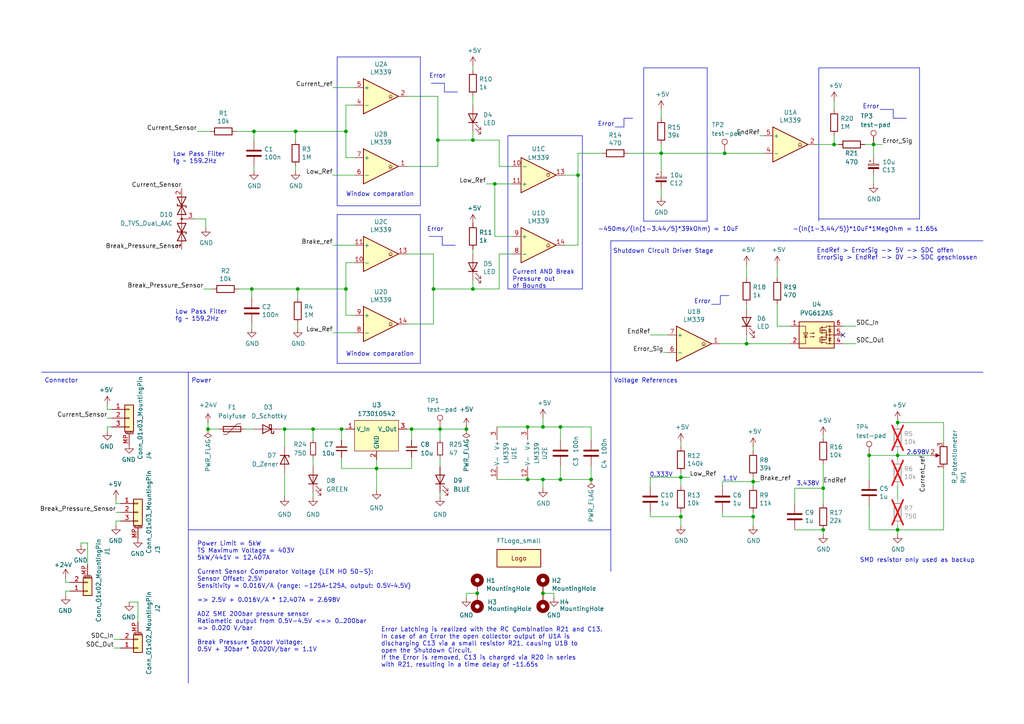
<source format=kicad_sch>
(kicad_sch
	(version 20231120)
	(generator "eeschema")
	(generator_version "8.0")
	(uuid "3b078104-7e9e-4a52-8931-d75a9f32a55c")
	(paper "A4")
	
	(junction
		(at 191.77 44.45)
		(diameter 0)
		(color 0 0 0 0)
		(uuid "02d690d3-7eb1-424b-a637-f0441c446847")
	)
	(junction
		(at 99.06 124.46)
		(diameter 0)
		(color 0 0 0 0)
		(uuid "0458f8d6-d0c3-458c-8e82-cc444fa3124f")
	)
	(junction
		(at 253.365 41.91)
		(diameter 0)
		(color 0 0 0 0)
		(uuid "06c74d33-22f4-4fde-a3fb-20ca542cd4b0")
	)
	(junction
		(at 157.48 172.085)
		(diameter 0)
		(color 0 0 0 0)
		(uuid "06fb1cbb-f25b-4301-b638-062cf91c8fcd")
	)
	(junction
		(at 197.485 138.43)
		(diameter 0)
		(color 0 0 0 0)
		(uuid "07d68cf4-cf26-494a-ad7d-ef3cd03594e6")
	)
	(junction
		(at 86.36 83.82)
		(diameter 0)
		(color 0 0 0 0)
		(uuid "0c064fd7-ff07-4667-bb75-8391ab6f72b5")
	)
	(junction
		(at 153.035 139.065)
		(diameter 0)
		(color 0 0 0 0)
		(uuid "0c0d150e-e401-4a19-9cc8-b434c5ff2e4c")
	)
	(junction
		(at 260.35 153.67)
		(diameter 0)
		(color 0 0 0 0)
		(uuid "112461c7-b9be-42a9-b362-6021372ba978")
	)
	(junction
		(at 171.45 139.065)
		(diameter 0)
		(color 0 0 0 0)
		(uuid "1798150b-b727-43bf-bb89-8ad75b043c93")
	)
	(junction
		(at 218.44 149.86)
		(diameter 0)
		(color 0 0 0 0)
		(uuid "18bcc3e2-20e2-465e-932d-7d26cac36623")
	)
	(junction
		(at 153.035 123.825)
		(diameter 0)
		(color 0 0 0 0)
		(uuid "1c4342d2-bcf1-4d37-a8c2-8d777f124aa2")
	)
	(junction
		(at 157.48 139.065)
		(diameter 0)
		(color 0 0 0 0)
		(uuid "2f84e17f-2d98-4988-8b9b-c91ff5594bdf")
	)
	(junction
		(at 143.51 53.34)
		(diameter 0)
		(color 0 0 0 0)
		(uuid "30b5ee56-3720-4a2d-9ee0-78d5fbd48af0")
	)
	(junction
		(at 125.73 83.82)
		(diameter 0)
		(color 0 0 0 0)
		(uuid "3368e8f6-165f-48eb-ac32-83cb88e63377")
	)
	(junction
		(at 260.35 132.08)
		(diameter 0)
		(color 0 0 0 0)
		(uuid "43ab5b80-79a9-4b08-b8f6-496557d74bf7")
	)
	(junction
		(at 252.095 132.08)
		(diameter 0)
		(color 0 0 0 0)
		(uuid "44fc85d1-0129-44f6-a7d1-776198683d7c")
	)
	(junction
		(at 127.635 124.46)
		(diameter 0)
		(color 0 0 0 0)
		(uuid "4935f7b4-c7f7-48a5-9121-8ebe77ce7023")
	)
	(junction
		(at 127 40.64)
		(diameter 0)
		(color 0 0 0 0)
		(uuid "4a804cbc-b668-42b2-9234-66b7081b2220")
	)
	(junction
		(at 260.35 122.555)
		(diameter 0)
		(color 0 0 0 0)
		(uuid "4bb7811f-eb59-4730-bf50-2113e6571f32")
	)
	(junction
		(at 90.805 124.46)
		(diameter 0)
		(color 0 0 0 0)
		(uuid "51655b20-c8fa-46dd-b8d8-ed44ee7b58e0")
	)
	(junction
		(at 119.38 124.46)
		(diameter 0)
		(color 0 0 0 0)
		(uuid "548e3987-aa39-4ea0-9f8f-bfa1774b0b92")
	)
	(junction
		(at 138.43 172.085)
		(diameter 0)
		(color 0 0 0 0)
		(uuid "55f4ecea-f517-46db-a8cc-bd98c075fb13")
	)
	(junction
		(at 137.16 40.64)
		(diameter 0)
		(color 0 0 0 0)
		(uuid "59019b33-e5d7-47a5-b697-da92c960d293")
	)
	(junction
		(at 167.64 50.8)
		(diameter 0)
		(color 0 0 0 0)
		(uuid "5d4c51cc-3039-45de-aede-c6f0bf2ba6b8")
	)
	(junction
		(at 241.935 41.91)
		(diameter 0)
		(color 0 0 0 0)
		(uuid "5fd5a07e-a9a3-48ea-88f8-c5d741b0d6b2")
	)
	(junction
		(at 218.44 139.7)
		(diameter 0)
		(color 0 0 0 0)
		(uuid "66aa2089-8ff2-4077-9185-adefd252a2c8")
	)
	(junction
		(at 210.185 44.45)
		(diameter 0)
		(color 0 0 0 0)
		(uuid "73350c8d-7141-4f80-abc3-d3171757ddd2")
	)
	(junction
		(at 238.76 153.67)
		(diameter 0)
		(color 0 0 0 0)
		(uuid "7709efe2-1390-487e-91e6-d8be8132aee9")
	)
	(junction
		(at 162.56 139.065)
		(diameter 0)
		(color 0 0 0 0)
		(uuid "8588352e-a2f9-4b66-95d7-e68f2a9c9038")
	)
	(junction
		(at 73.025 83.82)
		(diameter 0)
		(color 0 0 0 0)
		(uuid "8fa915e0-51c7-444b-8cc2-e8bb066962d7")
	)
	(junction
		(at 85.725 38.1)
		(diameter 0)
		(color 0 0 0 0)
		(uuid "a3688ae8-4672-4a89-af8c-8385ab151417")
	)
	(junction
		(at 60.325 124.46)
		(diameter 0)
		(color 0 0 0 0)
		(uuid "a6c6b364-7bce-4201-95f1-7583ff490abc")
	)
	(junction
		(at 162.56 123.825)
		(diameter 0)
		(color 0 0 0 0)
		(uuid "ae3f1345-5a2d-4f4d-ae05-dcebe084d843")
	)
	(junction
		(at 82.55 124.46)
		(diameter 0)
		(color 0 0 0 0)
		(uuid "be863020-4567-4509-bdcb-56bb803255c4")
	)
	(junction
		(at 157.48 123.825)
		(diameter 0)
		(color 0 0 0 0)
		(uuid "c6621e4e-1941-4ea1-9bfd-ebb879e0a948")
	)
	(junction
		(at 197.485 149.86)
		(diameter 0)
		(color 0 0 0 0)
		(uuid "c80b2f69-626e-4538-a37b-c1e0cbdfd599")
	)
	(junction
		(at 137.16 83.82)
		(diameter 0)
		(color 0 0 0 0)
		(uuid "cd84f5ae-cacc-4b78-9237-e9c6379a489b")
	)
	(junction
		(at 135.255 124.46)
		(diameter 0)
		(color 0 0 0 0)
		(uuid "d0ffe236-7d4f-4569-a5ad-619ee72a59c6")
	)
	(junction
		(at 238.76 141.605)
		(diameter 0)
		(color 0 0 0 0)
		(uuid "d3799bb2-a9db-4f42-8072-f7a4360b3370")
	)
	(junction
		(at 100.33 83.82)
		(diameter 0)
		(color 0 0 0 0)
		(uuid "efc63770-6c1a-4d94-b98e-634a1e24ff45")
	)
	(junction
		(at 100.33 38.1)
		(diameter 0)
		(color 0 0 0 0)
		(uuid "f2fcb01b-f454-47c9-a1b7-a081b24ae0cf")
	)
	(junction
		(at 216.535 99.695)
		(diameter 0)
		(color 0 0 0 0)
		(uuid "fa9d8a9b-57c4-492e-8ec2-e4c36e6342f7")
	)
	(junction
		(at 73.66 38.1)
		(diameter 0)
		(color 0 0 0 0)
		(uuid "fc2323eb-cb28-44c9-bec4-7732f2cd2e68")
	)
	(junction
		(at 109.22 135.89)
		(diameter 0)
		(color 0 0 0 0)
		(uuid "fd0e4892-3053-494b-b2b0-13d651fdaf55")
	)
	(no_connect
		(at 244.475 97.155)
		(uuid "d3ddf772-ea98-490c-bf6e-303d1758f40b")
	)
	(polyline
		(pts
			(xy 97.79 59.69) (xy 97.79 16.51)
		)
		(stroke
			(width 0)
			(type default)
		)
		(uuid "001e511e-de57-4a85-9bab-dd234b1015fa")
	)
	(polyline
		(pts
			(xy 125.095 24.13) (xy 128.905 24.13)
		)
		(stroke
			(width 0)
			(type solid)
		)
		(uuid "0078c7ef-7e33-44d6-b635-4885fd7831ca")
	)
	(wire
		(pts
			(xy 32.385 121.285) (xy 31.115 121.285)
		)
		(stroke
			(width 0)
			(type default)
		)
		(uuid "00b14196-a93a-4f20-b3c2-8e9db93cec6f")
	)
	(wire
		(pts
			(xy 137.16 27.94) (xy 137.16 30.48)
		)
		(stroke
			(width 0)
			(type default)
		)
		(uuid "00dc4daf-f5b5-4889-a6f1-e85d8f7b08c8")
	)
	(wire
		(pts
			(xy 140.97 53.34) (xy 143.51 53.34)
		)
		(stroke
			(width 0)
			(type default)
		)
		(uuid "01f2e5d3-4296-4677-bff4-8d113ba07bd3")
	)
	(wire
		(pts
			(xy 238.76 126.365) (xy 238.76 127)
		)
		(stroke
			(width 0)
			(type default)
		)
		(uuid "024a4d45-f78d-4557-9f62-8f2c4b21d132")
	)
	(wire
		(pts
			(xy 243.205 41.91) (xy 241.935 41.91)
		)
		(stroke
			(width 0)
			(type default)
		)
		(uuid "044387c8-7065-4901-b719-a6c257a2745b")
	)
	(wire
		(pts
			(xy 197.485 149.86) (xy 197.485 152.4)
		)
		(stroke
			(width 0)
			(type default)
		)
		(uuid "0597ed0d-4656-46d5-af17-2d9c89c7fd61")
	)
	(wire
		(pts
			(xy 163.83 71.12) (xy 167.64 71.12)
		)
		(stroke
			(width 0)
			(type default)
		)
		(uuid "061beca8-7fa4-470e-8d52-2be35660c92e")
	)
	(wire
		(pts
			(xy 273.685 153.67) (xy 260.35 153.67)
		)
		(stroke
			(width 0)
			(type default)
		)
		(uuid "0a396313-07ab-4f53-9146-483e6f1547fc")
	)
	(wire
		(pts
			(xy 230.505 141.605) (xy 238.76 141.605)
		)
		(stroke
			(width 0)
			(type default)
		)
		(uuid "0b6bf03c-7b37-4526-b905-aaeacce58b2a")
	)
	(wire
		(pts
			(xy 109.22 133.35) (xy 109.22 135.89)
		)
		(stroke
			(width 0)
			(type default)
		)
		(uuid "0c33e869-acbf-41d4-b086-12b2f47c41f9")
	)
	(wire
		(pts
			(xy 252.095 132.08) (xy 260.35 132.08)
		)
		(stroke
			(width 0)
			(type default)
		)
		(uuid "0cc0b05b-d9e3-468f-b0ec-bb2d7b05cad6")
	)
	(wire
		(pts
			(xy 137.16 83.82) (xy 144.78 83.82)
		)
		(stroke
			(width 0)
			(type default)
		)
		(uuid "0d07fcd0-f92e-413f-ac02-3d86fb67e7ad")
	)
	(wire
		(pts
			(xy 100.33 83.82) (xy 100.33 91.44)
		)
		(stroke
			(width 0)
			(type default)
		)
		(uuid "0d94ae63-5f0d-4821-b883-bd63b5162d65")
	)
	(wire
		(pts
			(xy 137.16 81.28) (xy 137.16 83.82)
		)
		(stroke
			(width 0)
			(type default)
		)
		(uuid "0f223f09-e7ec-4975-a031-a23d16355a82")
	)
	(wire
		(pts
			(xy 144.78 48.26) (xy 144.78 40.64)
		)
		(stroke
			(width 0)
			(type default)
		)
		(uuid "0f8741af-8122-4c88-bec3-b4327e4feb9b")
	)
	(wire
		(pts
			(xy 238.76 134.62) (xy 238.76 141.605)
		)
		(stroke
			(width 0)
			(type default)
		)
		(uuid "10a0b4ae-27da-4447-8abc-2d3ac8f3d620")
	)
	(wire
		(pts
			(xy 191.77 54.61) (xy 191.77 57.15)
		)
		(stroke
			(width 0)
			(type default)
		)
		(uuid "10f1da89-6f6a-46cb-a319-375bc5280e4b")
	)
	(wire
		(pts
			(xy 188.595 149.86) (xy 197.485 149.86)
		)
		(stroke
			(width 0)
			(type default)
		)
		(uuid "120c46a5-1723-47ce-8724-833f29687cb8")
	)
	(polyline
		(pts
			(xy 180.975 34.29) (xy 183.515 34.29)
		)
		(stroke
			(width 0)
			(type solid)
		)
		(uuid "1289eba9-c355-42e3-b3a8-46ea8c858553")
	)
	(wire
		(pts
			(xy 230.505 153.67) (xy 238.76 153.67)
		)
		(stroke
			(width 0)
			(type default)
		)
		(uuid "13eae7a8-c8d4-4a74-a325-219af8799895")
	)
	(wire
		(pts
			(xy 236.855 41.91) (xy 241.935 41.91)
		)
		(stroke
			(width 0)
			(type default)
		)
		(uuid "14034313-28ce-418b-9c1d-68184c5ad3f6")
	)
	(wire
		(pts
			(xy 119.38 124.46) (xy 127.635 124.46)
		)
		(stroke
			(width 0)
			(type default)
		)
		(uuid "1403f7d1-64a3-48fe-90d3-dc853604b652")
	)
	(wire
		(pts
			(xy 191.77 44.45) (xy 191.77 41.91)
		)
		(stroke
			(width 0)
			(type default)
		)
		(uuid "14976ad9-7af3-449e-969a-dabe604db984")
	)
	(wire
		(pts
			(xy 209.55 148.59) (xy 209.55 149.86)
		)
		(stroke
			(width 0)
			(type default)
		)
		(uuid "17abc560-a41b-47dc-ab11-11014fe7bfcc")
	)
	(wire
		(pts
			(xy 157.48 139.065) (xy 162.56 139.065)
		)
		(stroke
			(width 0)
			(type default)
		)
		(uuid "188001dc-f484-4138-a372-50f5ca12ac0c")
	)
	(wire
		(pts
			(xy 127.635 124.46) (xy 127.635 127.635)
		)
		(stroke
			(width 0)
			(type default)
		)
		(uuid "1befc1e9-d449-4d05-affd-ff63fbb6178a")
	)
	(wire
		(pts
			(xy 68.58 38.1) (xy 73.66 38.1)
		)
		(stroke
			(width 0)
			(type default)
		)
		(uuid "1ccafd5e-08c7-4535-b73b-f77c1ba21da5")
	)
	(wire
		(pts
			(xy 244.475 99.695) (xy 248.285 99.695)
		)
		(stroke
			(width 0)
			(type default)
		)
		(uuid "1d0a5ef0-0b22-45f2-9605-f2d62c596f35")
	)
	(wire
		(pts
			(xy 127 40.64) (xy 137.16 40.64)
		)
		(stroke
			(width 0)
			(type default)
		)
		(uuid "1d3861ad-bf1a-4b41-910a-1bcd44423bf6")
	)
	(polyline
		(pts
			(xy 121.92 16.51) (xy 121.92 59.69)
		)
		(stroke
			(width 0)
			(type default)
		)
		(uuid "1eda520c-dec0-4da9-bfcd-5279b8cdac81")
	)
	(wire
		(pts
			(xy 260.35 152.4) (xy 260.35 153.67)
		)
		(stroke
			(width 0)
			(type default)
		)
		(uuid "1ee67f8b-5604-4109-8297-33f5cc49f0fd")
	)
	(wire
		(pts
			(xy 82.55 124.46) (xy 90.805 124.46)
		)
		(stroke
			(width 0)
			(type default)
		)
		(uuid "1f07c4d0-8f68-40c2-aebb-120a9effec3b")
	)
	(wire
		(pts
			(xy 109.22 135.89) (xy 119.38 135.89)
		)
		(stroke
			(width 0)
			(type default)
		)
		(uuid "216fb90c-6f87-40dd-b949-62be97dd97df")
	)
	(wire
		(pts
			(xy 125.73 93.98) (xy 118.11 93.98)
		)
		(stroke
			(width 0)
			(type default)
		)
		(uuid "21d74ba7-2814-4833-9cbb-22ad5d79d3dc")
	)
	(wire
		(pts
			(xy 63.5 124.46) (xy 60.325 124.46)
		)
		(stroke
			(width 0)
			(type default)
		)
		(uuid "21f43952-e581-4625-b646-a8a272a514b9")
	)
	(wire
		(pts
			(xy 253.365 41.91) (xy 253.365 45.72)
		)
		(stroke
			(width 0)
			(type default)
		)
		(uuid "22d99b63-8bea-48c9-98e6-eda12c7977f1")
	)
	(polyline
		(pts
			(xy 237.49 63.5) (xy 266.7 63.5)
		)
		(stroke
			(width 0)
			(type default)
		)
		(uuid "236a00e1-e639-44d1-a1d4-60cd441d82e9")
	)
	(wire
		(pts
			(xy 73.66 48.26) (xy 73.66 49.53)
		)
		(stroke
			(width 0)
			(type default)
		)
		(uuid "25e092fc-deed-47a1-b6a0-7cdef9fd2396")
	)
	(polyline
		(pts
			(xy 206.375 88.265) (xy 208.915 88.265)
		)
		(stroke
			(width 0)
			(type solid)
		)
		(uuid "27d993d8-7612-42b8-aff0-342c28898a00")
	)
	(polyline
		(pts
			(xy 128.905 26.67) (xy 132.715 26.67)
		)
		(stroke
			(width 0)
			(type solid)
		)
		(uuid "2876d16e-097a-47f2-b487-a17ed0f36d5f")
	)
	(wire
		(pts
			(xy 241.935 29.21) (xy 241.935 31.75)
		)
		(stroke
			(width 0)
			(type default)
		)
		(uuid "2a493b31-a13a-4aed-a683-bea3c889beb0")
	)
	(wire
		(pts
			(xy 85.725 40.64) (xy 85.725 38.1)
		)
		(stroke
			(width 0)
			(type default)
		)
		(uuid "2a831477-d633-447d-8624-5be1b843e471")
	)
	(wire
		(pts
			(xy 86.36 83.82) (xy 100.33 83.82)
		)
		(stroke
			(width 0)
			(type default)
		)
		(uuid "2a944ed6-4ad9-4711-8528-f6dda82d3d91")
	)
	(polyline
		(pts
			(xy 54.61 107.95) (xy 54.61 198.12)
		)
		(stroke
			(width 0)
			(type default)
		)
		(uuid "2b9bbbcf-3e95-4bba-a878-0c0c16d5b02d")
	)
	(wire
		(pts
			(xy 218.44 139.7) (xy 218.44 140.97)
		)
		(stroke
			(width 0)
			(type default)
		)
		(uuid "2d095b22-d27f-410c-80cb-80e19a581eff")
	)
	(wire
		(pts
			(xy 118.11 27.94) (xy 127 27.94)
		)
		(stroke
			(width 0)
			(type default)
		)
		(uuid "3013cdc8-80db-42e1-8d05-754e7cdf0f06")
	)
	(wire
		(pts
			(xy 34.925 146.05) (xy 33.655 146.05)
		)
		(stroke
			(width 0)
			(type default)
		)
		(uuid "3014a030-2b92-4ea9-aa44-389b15d5c7c4")
	)
	(wire
		(pts
			(xy 20.32 168.91) (xy 19.05 168.91)
		)
		(stroke
			(width 0)
			(type default)
		)
		(uuid "31f2526e-be2e-443d-bd80-493dc079c3f1")
	)
	(wire
		(pts
			(xy 99.06 124.46) (xy 99.06 127.635)
		)
		(stroke
			(width 0)
			(type default)
		)
		(uuid "33105f4b-f47b-4119-aa7e-e2906461987f")
	)
	(polyline
		(pts
			(xy 128.905 24.13) (xy 128.905 26.67)
		)
		(stroke
			(width 0)
			(type solid)
		)
		(uuid "3639d1d8-9a8b-4479-9419-0bbf03c83844")
	)
	(wire
		(pts
			(xy 148.59 48.26) (xy 144.78 48.26)
		)
		(stroke
			(width 0)
			(type default)
		)
		(uuid "39d81bf0-761a-4c95-a8ea-2b60e098a8f2")
	)
	(wire
		(pts
			(xy 90.805 132.715) (xy 90.805 135.255)
		)
		(stroke
			(width 0)
			(type default)
		)
		(uuid "3b94f7cc-1bbe-4f9e-9bf5-f9c0f6183298")
	)
	(wire
		(pts
			(xy 225.425 94.615) (xy 229.235 94.615)
		)
		(stroke
			(width 0)
			(type default)
		)
		(uuid "3d001dc4-94bc-4f7e-950c-757374016f54")
	)
	(wire
		(pts
			(xy 127.635 142.875) (xy 127.635 144.145)
		)
		(stroke
			(width 0)
			(type default)
		)
		(uuid "3d868ad1-914e-4bbc-8c72-aa09bdf2f744")
	)
	(wire
		(pts
			(xy 90.805 124.46) (xy 90.805 127.635)
		)
		(stroke
			(width 0)
			(type default)
		)
		(uuid "3dc14943-d1aa-4203-b279-84ace039c92e")
	)
	(wire
		(pts
			(xy 216.535 88.265) (xy 216.535 89.535)
		)
		(stroke
			(width 0)
			(type default)
		)
		(uuid "3dd28df5-363b-4563-91b9-3a214c0a7204")
	)
	(wire
		(pts
			(xy 137.16 40.64) (xy 144.78 40.64)
		)
		(stroke
			(width 0)
			(type default)
		)
		(uuid "4063ed0f-5e2f-4106-900d-656097b1ea94")
	)
	(wire
		(pts
			(xy 143.51 68.58) (xy 148.59 68.58)
		)
		(stroke
			(width 0)
			(type default)
		)
		(uuid "45bd3f3d-f7b4-4793-8d20-9cfb29ce164c")
	)
	(polyline
		(pts
			(xy 168.91 39.37) (xy 168.91 83.82)
		)
		(stroke
			(width 0)
			(type default)
		)
		(uuid "464696f4-8924-40b8-9f30-3aac5ba7902e")
	)
	(wire
		(pts
			(xy 33.655 152.4) (xy 33.655 151.13)
		)
		(stroke
			(width 0)
			(type default)
		)
		(uuid "4651fa25-82b9-44b9-8981-909315c2b2fb")
	)
	(wire
		(pts
			(xy 59.055 83.82) (xy 61.595 83.82)
		)
		(stroke
			(width 0)
			(type default)
		)
		(uuid "46a97759-619f-44ab-a056-49f30ef50f47")
	)
	(wire
		(pts
			(xy 218.44 138.43) (xy 218.44 139.7)
		)
		(stroke
			(width 0)
			(type default)
		)
		(uuid "48c4fc06-0c85-48af-b2cf-6878e20db610")
	)
	(wire
		(pts
			(xy 32.385 123.825) (xy 31.115 123.825)
		)
		(stroke
			(width 0)
			(type default)
		)
		(uuid "4a443806-848f-44d8-8c49-e628577502b9")
	)
	(wire
		(pts
			(xy 188.595 97.155) (xy 193.675 97.155)
		)
		(stroke
			(width 0)
			(type default)
		)
		(uuid "4c9e552f-8ede-4c66-8d24-025ae040e7ad")
	)
	(polyline
		(pts
			(xy 121.92 59.69) (xy 97.79 59.69)
		)
		(stroke
			(width 0)
			(type default)
		)
		(uuid "4f5d1f21-ccd7-4ff7-a7bc-9fd9e11790a9")
	)
	(polyline
		(pts
			(xy 259.08 34.29) (xy 262.89 34.29)
		)
		(stroke
			(width 0)
			(type solid)
		)
		(uuid "4fbd31df-b708-475e-88d1-cf11f1d86d67")
	)
	(wire
		(pts
			(xy 260.35 132.08) (xy 269.875 132.08)
		)
		(stroke
			(width 0)
			(type default)
		)
		(uuid "512b2b08-f402-4cc7-87ce-98dcdc1e29b9")
	)
	(polyline
		(pts
			(xy 147.32 39.37) (xy 147.32 83.82)
		)
		(stroke
			(width 0)
			(type default)
		)
		(uuid "5373489d-609a-44ad-8d47-ae922f4f39b0")
	)
	(polyline
		(pts
			(xy 205.105 19.685) (xy 186.69 19.685)
		)
		(stroke
			(width 0)
			(type default)
		)
		(uuid "54f404ca-28f7-4fed-87e6-df6bdf53b8bf")
	)
	(polyline
		(pts
			(xy 97.79 62.23) (xy 121.92 62.23)
		)
		(stroke
			(width 0)
			(type default)
		)
		(uuid "588a8328-0c06-43ea-ba0a-a9a5875263e7")
	)
	(wire
		(pts
			(xy 73.025 93.98) (xy 73.025 95.25)
		)
		(stroke
			(width 0)
			(type default)
		)
		(uuid "58ce2a38-3c32-4467-8882-267205ef6cce")
	)
	(wire
		(pts
			(xy 125.73 83.82) (xy 125.73 93.98)
		)
		(stroke
			(width 0)
			(type default)
		)
		(uuid "5a23084a-1682-40a1-8b13-4820af964169")
	)
	(polyline
		(pts
			(xy 128.27 68.58) (xy 128.27 71.12)
		)
		(stroke
			(width 0)
			(type solid)
		)
		(uuid "5b6279b8-3d2b-46e6-afb2-6b2a6fb38bbd")
	)
	(wire
		(pts
			(xy 96.52 96.52) (xy 102.87 96.52)
		)
		(stroke
			(width 0)
			(type default)
		)
		(uuid "5c6ed078-a2bc-403a-9b34-0d133236d753")
	)
	(polyline
		(pts
			(xy 121.92 105.41) (xy 97.79 105.41)
		)
		(stroke
			(width 0)
			(type default)
		)
		(uuid "5c70cea8-9769-415b-bcc7-f8bb41a0c9b2")
	)
	(wire
		(pts
			(xy 59.69 63.5) (xy 56.515 63.5)
		)
		(stroke
			(width 0)
			(type default)
		)
		(uuid "5f4cd65c-e6b0-4c31-ae3d-9d27e7f64832")
	)
	(wire
		(pts
			(xy 127 40.64) (xy 127 27.94)
		)
		(stroke
			(width 0)
			(type default)
		)
		(uuid "600bbab9-7f19-4ea4-b617-73b78b70e2c1")
	)
	(wire
		(pts
			(xy 137.16 19.05) (xy 137.16 20.32)
		)
		(stroke
			(width 0)
			(type default)
		)
		(uuid "601b497d-e5df-4108-a523-828b4551291e")
	)
	(wire
		(pts
			(xy 260.35 122.555) (xy 273.685 122.555)
		)
		(stroke
			(width 0)
			(type default)
		)
		(uuid "609f1ec7-9cce-4499-900e-512147397fb4")
	)
	(wire
		(pts
			(xy 260.35 140.97) (xy 260.35 144.78)
		)
		(stroke
			(width 0)
			(type default)
		)
		(uuid "62de040a-9468-466e-bf45-b1f612f34b5d")
	)
	(wire
		(pts
			(xy 252.095 153.67) (xy 260.35 153.67)
		)
		(stroke
			(width 0)
			(type default)
		)
		(uuid "641ade85-6bbd-4eba-99a2-1461307da5c0")
	)
	(wire
		(pts
			(xy 90.805 142.875) (xy 90.805 144.145)
		)
		(stroke
			(width 0)
			(type default)
		)
		(uuid "649d226e-d908-4fb5-8991-0af73607b009")
	)
	(wire
		(pts
			(xy 96.52 71.12) (xy 102.87 71.12)
		)
		(stroke
			(width 0)
			(type default)
		)
		(uuid "64be79ff-65eb-4a3a-bf4b-f5e204971850")
	)
	(wire
		(pts
			(xy 210.185 44.45) (xy 221.615 44.45)
		)
		(stroke
			(width 0)
			(type default)
		)
		(uuid "6abcf0e1-bc51-4895-8d1d-d9053c606b20")
	)
	(wire
		(pts
			(xy 81.28 124.46) (xy 82.55 124.46)
		)
		(stroke
			(width 0)
			(type default)
		)
		(uuid "6edfb8a9-8cc9-42e4-8258-00d0e8e0202c")
	)
	(wire
		(pts
			(xy 102.87 76.2) (xy 100.33 76.2)
		)
		(stroke
			(width 0)
			(type default)
		)
		(uuid "708aa86d-bf05-4c57-aaae-6df603e15a2e")
	)
	(wire
		(pts
			(xy 118.11 124.46) (xy 119.38 124.46)
		)
		(stroke
			(width 0)
			(type default)
		)
		(uuid "7097e522-77cd-43b1-8ac8-1ba3b7f41191")
	)
	(polyline
		(pts
			(xy 147.32 83.82) (xy 168.91 83.82)
		)
		(stroke
			(width 0)
			(type default)
		)
		(uuid "70f2f59e-d26a-4945-859b-cb890c9d15da")
	)
	(wire
		(pts
			(xy 216.535 99.695) (xy 208.915 99.695)
		)
		(stroke
			(width 0)
			(type default)
		)
		(uuid "71feb915-488e-4dff-851c-13304d9e648c")
	)
	(wire
		(pts
			(xy 188.595 138.43) (xy 188.595 140.97)
		)
		(stroke
			(width 0)
			(type default)
		)
		(uuid "736337ad-7c35-4001-ba96-09066e183edd")
	)
	(wire
		(pts
			(xy 73.025 83.82) (xy 86.36 83.82)
		)
		(stroke
			(width 0)
			(type default)
		)
		(uuid "738d50ac-2592-4f26-bae9-6debec8e4e85")
	)
	(polyline
		(pts
			(xy 180.975 36.83) (xy 180.975 34.29)
		)
		(stroke
			(width 0)
			(type solid)
		)
		(uuid "74fbde27-3525-488a-8484-501309e98b13")
	)
	(wire
		(pts
			(xy 96.52 25.4) (xy 102.87 25.4)
		)
		(stroke
			(width 0)
			(type default)
		)
		(uuid "7641fc4e-3dd4-4bd7-b699-8138af94aa90")
	)
	(polyline
		(pts
			(xy 186.69 19.685) (xy 186.69 64.135)
		)
		(stroke
			(width 0)
			(type default)
		)
		(uuid "7674f190-796f-4bd8-85c0-1bec074adfdb")
	)
	(polyline
		(pts
			(xy 97.79 105.41) (xy 97.79 62.23)
		)
		(stroke
			(width 0)
			(type default)
		)
		(uuid "7766a5db-d545-4a0c-beb1-8abcda00e205")
	)
	(wire
		(pts
			(xy 100.33 45.72) (xy 102.87 45.72)
		)
		(stroke
			(width 0)
			(type default)
		)
		(uuid "7844f367-70a2-40d8-ba8f-ff033f5d6977")
	)
	(wire
		(pts
			(xy 60.325 124.46) (xy 60.325 122.555)
		)
		(stroke
			(width 0)
			(type default)
		)
		(uuid "7ad9f868-8fb2-4e1d-9f5f-2a059a17f32a")
	)
	(wire
		(pts
			(xy 209.55 139.7) (xy 209.55 140.97)
		)
		(stroke
			(width 0)
			(type default)
		)
		(uuid "7c5f0b29-5814-4f07-a24f-06b2f0303fa8")
	)
	(polyline
		(pts
			(xy 186.69 64.135) (xy 205.105 64.135)
		)
		(stroke
			(width 0)
			(type default)
		)
		(uuid "7d1887cf-0537-4b67-b1d3-7fbdeffeca64")
	)
	(wire
		(pts
			(xy 73.66 38.1) (xy 73.66 40.64)
		)
		(stroke
			(width 0)
			(type default)
		)
		(uuid "7f0b9979-b71e-485b-b4f5-832749647b9d")
	)
	(wire
		(pts
			(xy 248.285 94.615) (xy 244.475 94.615)
		)
		(stroke
			(width 0)
			(type default)
		)
		(uuid "806ed57f-a53b-4b4b-a18a-0a4cc392cc84")
	)
	(wire
		(pts
			(xy 157.48 121.285) (xy 157.48 123.825)
		)
		(stroke
			(width 0)
			(type default)
		)
		(uuid "80eb8b13-ad1d-4b8d-b97d-32b9bd5b67c4")
	)
	(wire
		(pts
			(xy 197.485 128.27) (xy 197.485 129.54)
		)
		(stroke
			(width 0)
			(type default)
		)
		(uuid "853f63b4-82c5-4d12-b58d-488e3212b24c")
	)
	(wire
		(pts
			(xy 157.48 123.825) (xy 162.56 123.825)
		)
		(stroke
			(width 0)
			(type default)
		)
		(uuid "8543a557-ae40-469a-91bc-7ee90405d181")
	)
	(wire
		(pts
			(xy 238.76 153.67) (xy 238.76 154.94)
		)
		(stroke
			(width 0)
			(type default)
		)
		(uuid "86875330-ff76-4e25-b30a-1817080df15f")
	)
	(wire
		(pts
			(xy 153.035 123.825) (xy 157.48 123.825)
		)
		(stroke
			(width 0)
			(type default)
		)
		(uuid "87df2899-3b9e-436c-8917-6fee4ae4eb3d")
	)
	(wire
		(pts
			(xy 144.145 123.825) (xy 153.035 123.825)
		)
		(stroke
			(width 0)
			(type default)
		)
		(uuid "882ccace-32df-4a77-99db-1439be4f6f64")
	)
	(wire
		(pts
			(xy 99.06 132.715) (xy 99.06 135.89)
		)
		(stroke
			(width 0)
			(type default)
		)
		(uuid "88ff9093-8d75-4c2b-bf8f-3c46a5df128a")
	)
	(wire
		(pts
			(xy 167.64 50.8) (xy 163.83 50.8)
		)
		(stroke
			(width 0)
			(type default)
		)
		(uuid "8a491fca-e998-4b94-b713-5a1667b2c7c2")
	)
	(wire
		(pts
			(xy 218.44 149.86) (xy 218.44 152.4)
		)
		(stroke
			(width 0)
			(type default)
		)
		(uuid "8ad2b125-cd02-4535-9a5d-631b96e88032")
	)
	(wire
		(pts
			(xy 162.56 123.825) (xy 171.45 123.825)
		)
		(stroke
			(width 0)
			(type default)
		)
		(uuid "8ba55fb3-8db2-4277-884f-2bce1355cf54")
	)
	(polyline
		(pts
			(xy 178.435 36.83) (xy 180.975 36.83)
		)
		(stroke
			(width 0)
			(type solid)
		)
		(uuid "8c457f7f-b5f6-466d-bea8-12b38b608338")
	)
	(polyline
		(pts
			(xy 266.7 19.685) (xy 266.7 63.5)
		)
		(stroke
			(width 0)
			(type default)
		)
		(uuid "8cc23b6a-73fd-4c95-9e74-84ea83042d6b")
	)
	(wire
		(pts
			(xy 273.685 135.89) (xy 273.685 153.67)
		)
		(stroke
			(width 0)
			(type default)
		)
		(uuid "8d898212-f734-461b-a672-bc2f933ef973")
	)
	(wire
		(pts
			(xy 32.385 118.745) (xy 31.115 118.745)
		)
		(stroke
			(width 0)
			(type default)
		)
		(uuid "8da7390e-b891-4d83-a231-b46390bf5713")
	)
	(wire
		(pts
			(xy 34.925 151.13) (xy 33.655 151.13)
		)
		(stroke
			(width 0)
			(type default)
		)
		(uuid "8eb885ec-27fa-40d7-bf51-33e42fe3bf01")
	)
	(wire
		(pts
			(xy 225.425 76.835) (xy 225.425 80.645)
		)
		(stroke
			(width 0)
			(type default)
		)
		(uuid "8f57bc11-c785-4fc6-81a2-3383b86a612b")
	)
	(wire
		(pts
			(xy 99.06 124.46) (xy 100.33 124.46)
		)
		(stroke
			(width 0)
			(type default)
		)
		(uuid "8fcb4e5c-ba40-48d6-be53-57fe310f184e")
	)
	(wire
		(pts
			(xy 216.535 97.155) (xy 216.535 99.695)
		)
		(stroke
			(width 0)
			(type default)
		)
		(uuid "906e4ff9-665e-4cb5-80e5-8ca2e618c4bc")
	)
	(wire
		(pts
			(xy 40.005 174.625) (xy 40.005 180.34)
		)
		(stroke
			(width 0)
			(type default)
		)
		(uuid "9101f307-16cc-4e41-8cdb-c12754a539c1")
	)
	(wire
		(pts
			(xy 218.44 148.59) (xy 218.44 149.86)
		)
		(stroke
			(width 0)
			(type default)
		)
		(uuid "914a66dd-0116-4f07-8d31-a37f9d606019")
	)
	(wire
		(pts
			(xy 69.215 83.82) (xy 73.025 83.82)
		)
		(stroke
			(width 0)
			(type default)
		)
		(uuid "91fc3c78-9d36-44f1-b514-a962c809ec34")
	)
	(wire
		(pts
			(xy 250.825 41.91) (xy 253.365 41.91)
		)
		(stroke
			(width 0)
			(type default)
		)
		(uuid "9234c646-e20a-4593-af6b-c8a5dcbd51d4")
	)
	(wire
		(pts
			(xy 197.485 138.43) (xy 197.485 140.97)
		)
		(stroke
			(width 0)
			(type default)
		)
		(uuid "92dc6f5e-25a3-4bfb-9fb3-ddb92ce66627")
	)
	(wire
		(pts
			(xy 218.44 139.7) (xy 209.55 139.7)
		)
		(stroke
			(width 0)
			(type default)
		)
		(uuid "934cb7ad-0508-46fb-a83e-985e00564717")
	)
	(polyline
		(pts
			(xy 147.32 39.37) (xy 168.91 39.37)
		)
		(stroke
			(width 0)
			(type default)
		)
		(uuid "93565e28-e235-4fc4-803a-3acf4d72ffc5")
	)
	(polyline
		(pts
			(xy 177.165 69.85) (xy 285.115 69.85)
		)
		(stroke
			(width 0)
			(type default)
		)
		(uuid "94013b7a-59a0-4273-90bc-da95c8db1a0c")
	)
	(wire
		(pts
			(xy 85.725 48.26) (xy 85.725 49.53)
		)
		(stroke
			(width 0)
			(type default)
		)
		(uuid "943907ec-586e-4127-a3bd-bb7bd746b2d3")
	)
	(wire
		(pts
			(xy 143.51 53.34) (xy 148.59 53.34)
		)
		(stroke
			(width 0)
			(type default)
		)
		(uuid "9542ce02-813b-4f41-8521-f5b253987a24")
	)
	(wire
		(pts
			(xy 90.805 124.46) (xy 99.06 124.46)
		)
		(stroke
			(width 0)
			(type default)
		)
		(uuid "97543a4a-ef34-45d2-9b8b-e833e35302fa")
	)
	(wire
		(pts
			(xy 125.73 73.66) (xy 125.73 83.82)
		)
		(stroke
			(width 0)
			(type default)
		)
		(uuid "97b637c1-55ad-484e-9ddb-95fa03b2b2cd")
	)
	(wire
		(pts
			(xy 229.235 99.695) (xy 216.535 99.695)
		)
		(stroke
			(width 0)
			(type default)
		)
		(uuid "9821d49b-effc-45f5-87d4-20e5551537f3")
	)
	(wire
		(pts
			(xy 191.77 44.45) (xy 191.77 49.53)
		)
		(stroke
			(width 0)
			(type default)
		)
		(uuid "987080df-e9b2-4df6-8bf5-1fe9f4284f23")
	)
	(wire
		(pts
			(xy 33.655 144.78) (xy 33.655 146.05)
		)
		(stroke
			(width 0)
			(type default)
		)
		(uuid "98de0a24-2348-4676-82fa-239c195769a6")
	)
	(polyline
		(pts
			(xy 255.27 31.75) (xy 259.08 31.75)
		)
		(stroke
			(width 0)
			(type solid)
		)
		(uuid "992f07d9-bfd1-47c8-92dd-80a567d43861")
	)
	(wire
		(pts
			(xy 273.685 122.555) (xy 273.685 128.27)
		)
		(stroke
			(width 0)
			(type default)
		)
		(uuid "9d5be662-a22d-4c9f-864d-9b9835ca92b2")
	)
	(wire
		(pts
			(xy 73.025 86.36) (xy 73.025 83.82)
		)
		(stroke
			(width 0)
			(type default)
		)
		(uuid "9e1fbc47-56c3-42b0-a174-79ac5cca7685")
	)
	(wire
		(pts
			(xy 96.52 50.8) (xy 102.87 50.8)
		)
		(stroke
			(width 0)
			(type default)
		)
		(uuid "9e2c6809-1d8f-46b8-8348-21fb1272bdd2")
	)
	(wire
		(pts
			(xy 171.45 135.255) (xy 171.45 139.065)
		)
		(stroke
			(width 0)
			(type default)
		)
		(uuid "9e6fa4d7-7609-4713-99d3-81a086429362")
	)
	(polyline
		(pts
			(xy 237.49 19.685) (xy 237.49 64.135)
		)
		(stroke
			(width 0)
			(type default)
		)
		(uuid "a13d3e97-e748-4a06-b00e-228fb37c0b0c")
	)
	(wire
		(pts
			(xy 255.905 41.91) (xy 253.365 41.91)
		)
		(stroke
			(width 0)
			(type default)
		)
		(uuid "a1ce4b15-5b1d-480f-b785-f15e18b0c41a")
	)
	(wire
		(pts
			(xy 218.44 129.54) (xy 218.44 130.81)
		)
		(stroke
			(width 0)
			(type default)
		)
		(uuid "a32e9ec3-b492-49f9-bf81-141e733acc59")
	)
	(wire
		(pts
			(xy 191.77 44.45) (xy 210.185 44.45)
		)
		(stroke
			(width 0)
			(type default)
		)
		(uuid "a3a1f9cd-fd2c-4c52-a45c-962ccbed39da")
	)
	(wire
		(pts
			(xy 253.365 50.8) (xy 253.365 53.34)
		)
		(stroke
			(width 0)
			(type default)
		)
		(uuid "a45af401-2a54-433a-8bb0-d87b8bf11820")
	)
	(wire
		(pts
			(xy 100.33 91.44) (xy 102.87 91.44)
		)
		(stroke
			(width 0)
			(type default)
		)
		(uuid "a4f76639-f23b-4da3-af7c-8e6513ca1ae9")
	)
	(polyline
		(pts
			(xy 266.7 19.685) (xy 237.49 19.685)
		)
		(stroke
			(width 0)
			(type default)
		)
		(uuid "a5de92f8-016f-4396-9a5a-cd4ea2049f22")
	)
	(wire
		(pts
			(xy 119.38 132.715) (xy 119.38 135.89)
		)
		(stroke
			(width 0)
			(type default)
		)
		(uuid "a7b8884f-7447-486d-b5d1-96f4310fafe2")
	)
	(wire
		(pts
			(xy 85.725 38.1) (xy 100.33 38.1)
		)
		(stroke
			(width 0)
			(type default)
		)
		(uuid "a83a7d88-3c8a-485e-9470-8add6b9883f6")
	)
	(polyline
		(pts
			(xy 208.915 88.265) (xy 208.915 85.725)
		)
		(stroke
			(width 0)
			(type solid)
		)
		(uuid "a89d5ac0-a70f-4cef-8759-19d96198a822")
	)
	(wire
		(pts
			(xy 59.69 66.04) (xy 59.69 63.5)
		)
		(stroke
			(width 0)
			(type default)
		)
		(uuid "a96d972a-da97-4415-a074-376abc811d0f")
	)
	(wire
		(pts
			(xy 230.505 146.05) (xy 230.505 141.605)
		)
		(stroke
			(width 0)
			(type default)
		)
		(uuid "a9ec6472-216d-49ff-a6bc-31da70717e3d")
	)
	(wire
		(pts
			(xy 23.495 157.48) (xy 23.495 158.115)
		)
		(stroke
			(width 0)
			(type default)
		)
		(uuid "aa1ff7c7-b73b-4749-9cd4-e961742f41be")
	)
	(wire
		(pts
			(xy 220.345 139.7) (xy 218.44 139.7)
		)
		(stroke
			(width 0)
			(type default)
		)
		(uuid "ab49f29c-39ad-43db-86b1-bf207d76c9d5")
	)
	(wire
		(pts
			(xy 160.655 172.085) (xy 160.655 173.355)
		)
		(stroke
			(width 0)
			(type default)
		)
		(uuid "ac7c2b66-82fb-4e9f-ba45-401b407475b4")
	)
	(wire
		(pts
			(xy 100.33 76.2) (xy 100.33 83.82)
		)
		(stroke
			(width 0)
			(type default)
		)
		(uuid "ae971fb3-2817-4c08-a70b-777a233fc7cf")
	)
	(wire
		(pts
			(xy 241.935 41.91) (xy 241.935 39.37)
		)
		(stroke
			(width 0)
			(type default)
		)
		(uuid "af60606b-1a3b-4f47-ac5a-d905f60070e3")
	)
	(wire
		(pts
			(xy 73.66 38.1) (xy 85.725 38.1)
		)
		(stroke
			(width 0)
			(type default)
		)
		(uuid "af8ed89e-fc0b-4539-b838-151d99950cc9")
	)
	(polyline
		(pts
			(xy 259.08 31.75) (xy 259.08 34.29)
		)
		(stroke
			(width 0)
			(type solid)
		)
		(uuid "b0105d6e-ad79-448c-811c-b9c50515ed82")
	)
	(wire
		(pts
			(xy 153.035 139.065) (xy 157.48 139.065)
		)
		(stroke
			(width 0)
			(type default)
		)
		(uuid "b1ec9677-7456-495d-b26b-857c7a83de7a")
	)
	(wire
		(pts
			(xy 125.73 83.82) (xy 137.16 83.82)
		)
		(stroke
			(width 0)
			(type default)
		)
		(uuid "b36c1c77-4324-4ac9-af1a-9644ebca8a09")
	)
	(polyline
		(pts
			(xy 128.27 71.12) (xy 132.08 71.12)
		)
		(stroke
			(width 0)
			(type solid)
		)
		(uuid "b4b97b05-999c-41bf-846e-6c611bd1665f")
	)
	(wire
		(pts
			(xy 33.02 187.96) (xy 34.925 187.96)
		)
		(stroke
			(width 0)
			(type default)
		)
		(uuid "b8849807-a4aa-41c1-b5b9-9442de13299f")
	)
	(wire
		(pts
			(xy 82.55 137.16) (xy 82.55 144.145)
		)
		(stroke
			(width 0)
			(type default)
		)
		(uuid "b88bd020-e3af-4d73-8aec-7540cb3b32a1")
	)
	(polyline
		(pts
			(xy 177.165 107.95) (xy 177.165 165.735)
		)
		(stroke
			(width 0)
			(type default)
		)
		(uuid "ba4602b7-f4a4-43ac-89f2-d8277c0efd09")
	)
	(wire
		(pts
			(xy 260.35 121.92) (xy 260.35 122.555)
		)
		(stroke
			(width 0)
			(type default)
		)
		(uuid "bbbff29a-ae16-4b41-becc-61b6b42fa612")
	)
	(wire
		(pts
			(xy 162.56 135.255) (xy 162.56 139.065)
		)
		(stroke
			(width 0)
			(type default)
		)
		(uuid "bd16bd3c-f77a-4584-97bd-2614cb5966b7")
	)
	(wire
		(pts
			(xy 260.35 132.08) (xy 260.35 133.35)
		)
		(stroke
			(width 0)
			(type default)
		)
		(uuid "bd341905-8aea-402e-86b6-2bec47e27b75")
	)
	(polyline
		(pts
			(xy 208.915 85.725) (xy 211.455 85.725)
		)
		(stroke
			(width 0)
			(type solid)
		)
		(uuid "c0ba2a5d-e637-47d8-9bed-0ffe9dba56dc")
	)
	(wire
		(pts
			(xy 20.32 171.45) (xy 19.05 171.45)
		)
		(stroke
			(width 0)
			(type default)
		)
		(uuid "c0d117c9-e4a4-4254-9e2f-f4600d0b0e15")
	)
	(polyline
		(pts
			(xy 12.065 107.95) (xy 285.115 107.95)
		)
		(stroke
			(width 0)
			(type default)
		)
		(uuid "c2d47e65-9190-4c2d-9bd2-8a784b8570e3")
	)
	(wire
		(pts
			(xy 135.255 172.085) (xy 135.255 173.355)
		)
		(stroke
			(width 0)
			(type default)
		)
		(uuid "c33972ea-ed54-4d66-90cd-411d4a413b42")
	)
	(wire
		(pts
			(xy 188.595 138.43) (xy 197.485 138.43)
		)
		(stroke
			(width 0)
			(type default)
		)
		(uuid "c413a890-f4a6-49ef-a63f-ac82e8ae0932")
	)
	(wire
		(pts
			(xy 99.06 135.89) (xy 109.22 135.89)
		)
		(stroke
			(width 0)
			(type default)
		)
		(uuid "c750e2e6-4e53-4314-8c81-75ec0757e350")
	)
	(wire
		(pts
			(xy 19.05 171.45) (xy 19.05 172.72)
		)
		(stroke
			(width 0)
			(type default)
		)
		(uuid "c7cb71a6-27ac-48be-adbf-673e11bb5f21")
	)
	(wire
		(pts
			(xy 209.55 149.86) (xy 218.44 149.86)
		)
		(stroke
			(width 0)
			(type default)
		)
		(uuid "c8e4c482-64f9-431e-ac00-7aa687b26bec")
	)
	(wire
		(pts
			(xy 220.345 39.37) (xy 221.615 39.37)
		)
		(stroke
			(width 0)
			(type default)
		)
		(uuid "c8ee4881-36e0-4ef1-93f6-4460695e1ed3")
	)
	(polyline
		(pts
			(xy 177.165 107.95) (xy 177.165 69.85)
		)
		(stroke
			(width 0)
			(type default)
		)
		(uuid "c91ab8bb-46af-4bfc-95de-ec40ee5f0bfa")
	)
	(wire
		(pts
			(xy 31.115 125.095) (xy 31.115 123.825)
		)
		(stroke
			(width 0)
			(type default)
		)
		(uuid "c9c842fc-301a-417a-9552-3e69cc4ae5ef")
	)
	(wire
		(pts
			(xy 260.35 154.94) (xy 260.35 153.67)
		)
		(stroke
			(width 0)
			(type default)
		)
		(uuid "cc443ab3-f10a-4b76-893d-fbb0f6ea01cb")
	)
	(wire
		(pts
			(xy 171.45 123.825) (xy 171.45 127.635)
		)
		(stroke
			(width 0)
			(type default)
		)
		(uuid "cdaae09e-19c4-4871-854d-b993d7e2c675")
	)
	(wire
		(pts
			(xy 118.11 48.26) (xy 127 48.26)
		)
		(stroke
			(width 0)
			(type default)
		)
		(uuid "ced8ad73-0fed-4e70-b09d-8a0c2411b35c")
	)
	(wire
		(pts
			(xy 127 40.64) (xy 127 48.26)
		)
		(stroke
			(width 0)
			(type default)
		)
		(uuid "cf13725a-3b14-46f1-b276-5e6943a07923")
	)
	(wire
		(pts
			(xy 144.78 73.66) (xy 148.59 73.66)
		)
		(stroke
			(width 0)
			(type default)
		)
		(uuid "cf67d11b-1000-4656-81d8-0ef58cb6c770")
	)
	(wire
		(pts
			(xy 71.12 124.46) (xy 73.66 124.46)
		)
		(stroke
			(width 0)
			(type default)
		)
		(uuid "d0a31565-8332-432c-8e31-063454e99560")
	)
	(wire
		(pts
			(xy 260.35 122.555) (xy 260.35 123.19)
		)
		(stroke
			(width 0)
			(type default)
		)
		(uuid "d0c81249-de23-4417-be7c-e1527a8518c6")
	)
	(wire
		(pts
			(xy 102.87 30.48) (xy 100.33 30.48)
		)
		(stroke
			(width 0)
			(type default)
		)
		(uuid "d120b92d-cb8f-4c22-a77d-03f4d7ac4859")
	)
	(wire
		(pts
			(xy 238.76 141.605) (xy 238.76 146.05)
		)
		(stroke
			(width 0)
			(type default)
		)
		(uuid "d1b72740-4cb3-4995-9510-4c7ccd1b86af")
	)
	(wire
		(pts
			(xy 19.05 168.91) (xy 19.05 167.64)
		)
		(stroke
			(width 0)
			(type default)
		)
		(uuid "d2bcc1a7-8914-4fab-9e6c-c608d935aff5")
	)
	(polyline
		(pts
			(xy 205.105 64.135) (xy 205.105 19.685)
		)
		(stroke
			(width 0)
			(type default)
		)
		(uuid "d3688f22-e914-4cb3-ab02-a2a18f033408")
	)
	(polyline
		(pts
			(xy 54.61 153.67) (xy 177.165 153.67)
		)
		(stroke
			(width 0)
			(type default)
		)
		(uuid "d3b5cd42-164b-47e5-8b19-e721fe5675d1")
	)
	(wire
		(pts
			(xy 86.36 93.98) (xy 86.36 95.25)
		)
		(stroke
			(width 0)
			(type default)
		)
		(uuid "d557cbb9-8eb1-4e1d-b16b-00d0fdb4c1b9")
	)
	(wire
		(pts
			(xy 162.56 139.065) (xy 171.45 139.065)
		)
		(stroke
			(width 0)
			(type default)
		)
		(uuid "d761bb1d-8214-40f0-91e2-6c609e2c652c")
	)
	(wire
		(pts
			(xy 34.925 148.59) (xy 33.655 148.59)
		)
		(stroke
			(width 0)
			(type default)
		)
		(uuid "d77f2a91-b44e-44c3-8c32-a2d9ca73b663")
	)
	(polyline
		(pts
			(xy 97.79 16.51) (xy 121.92 16.51)
		)
		(stroke
			(width 0)
			(type default)
		)
		(uuid "d793ceb0-acf7-400b-ae25-6e84691974c3")
	)
	(wire
		(pts
			(xy 157.48 139.065) (xy 157.48 141.605)
		)
		(stroke
			(width 0)
			(type default)
		)
		(uuid "d8f07337-1fe1-4ee0-a2ec-a7a79c6cf7ca")
	)
	(wire
		(pts
			(xy 127.635 124.46) (xy 135.255 124.46)
		)
		(stroke
			(width 0)
			(type default)
		)
		(uuid "d9b16fed-5655-44f1-81be-258112efa75d")
	)
	(wire
		(pts
			(xy 225.425 88.265) (xy 225.425 94.615)
		)
		(stroke
			(width 0)
			(type default)
		)
		(uuid "da4f00bd-eb21-4beb-99c7-48f8c810bc5c")
	)
	(wire
		(pts
			(xy 82.55 124.46) (xy 82.55 129.54)
		)
		(stroke
			(width 0)
			(type default)
		)
		(uuid "db8b51ee-9a42-47b3-aa86-12c202c78366")
	)
	(wire
		(pts
			(xy 252.095 146.685) (xy 252.095 153.67)
		)
		(stroke
			(width 0)
			(type default)
		)
		(uuid "de1cc6b2-1fee-4e76-8445-1e061ce73ced")
	)
	(wire
		(pts
			(xy 162.56 123.825) (xy 162.56 127.635)
		)
		(stroke
			(width 0)
			(type default)
		)
		(uuid "de520b0c-0822-40d5-bba8-06f9f77557ff")
	)
	(wire
		(pts
			(xy 191.77 31.75) (xy 191.77 34.29)
		)
		(stroke
			(width 0)
			(type default)
		)
		(uuid "df80f5ac-6f5a-438e-94ee-80db5fa7c516")
	)
	(wire
		(pts
			(xy 144.78 73.66) (xy 144.78 83.82)
		)
		(stroke
			(width 0)
			(type default)
		)
		(uuid "e16ff895-954c-417d-961d-05db42d326ac")
	)
	(wire
		(pts
			(xy 216.535 76.835) (xy 216.535 80.645)
		)
		(stroke
			(width 0)
			(type default)
		)
		(uuid "e3256bf1-233c-4456-848c-ba69cf42803a")
	)
	(wire
		(pts
			(xy 138.43 172.085) (xy 135.255 172.085)
		)
		(stroke
			(width 0)
			(type default)
		)
		(uuid "e35dffc2-aade-40b6-b687-cbeafdbca7bc")
	)
	(wire
		(pts
			(xy 37.465 174.625) (xy 40.005 174.625)
		)
		(stroke
			(width 0)
			(type default)
		)
		(uuid "e396474d-f90f-445c-a045-985d01506be0")
	)
	(wire
		(pts
			(xy 252.095 132.08) (xy 252.095 139.065)
		)
		(stroke
			(width 0)
			(type default)
		)
		(uuid "e58d24cd-e44b-4d98-8847-0a071ea7aa29")
	)
	(wire
		(pts
			(xy 197.485 148.59) (xy 197.485 149.86)
		)
		(stroke
			(width 0)
			(type default)
		)
		(uuid "e63ccf36-4c07-4f72-9764-8a8228df2dd5")
	)
	(wire
		(pts
			(xy 119.38 124.46) (xy 119.38 127.635)
		)
		(stroke
			(width 0)
			(type default)
		)
		(uuid "e6786400-6f5c-43be-b396-9bd8a634187f")
	)
	(wire
		(pts
			(xy 33.02 185.42) (xy 34.925 185.42)
		)
		(stroke
			(width 0)
			(type default)
		)
		(uuid "e6d40f18-b5e1-4b73-9096-558206f98244")
	)
	(wire
		(pts
			(xy 127.635 132.715) (xy 127.635 135.255)
		)
		(stroke
			(width 0)
			(type default)
		)
		(uuid "e6ded1d8-cde8-4ac4-a8f8-30cafde4bd99")
	)
	(wire
		(pts
			(xy 135.255 124.46) (xy 135.255 123.825)
		)
		(stroke
			(width 0)
			(type default)
		)
		(uuid "e9c130dc-3f69-45ec-98be-07fb171e31f0")
	)
	(wire
		(pts
			(xy 192.405 102.235) (xy 193.675 102.235)
		)
		(stroke
			(width 0)
			(type default)
		)
		(uuid "ec0fd20f-e9a6-491b-b645-6da79e7a4d03")
	)
	(wire
		(pts
			(xy 260.35 130.81) (xy 260.35 132.08)
		)
		(stroke
			(width 0)
			(type default)
		)
		(uuid "ec556239-6062-44fa-b462-c9359372bd25")
	)
	(wire
		(pts
			(xy 167.64 44.45) (xy 167.64 50.8)
		)
		(stroke
			(width 0)
			(type default)
		)
		(uuid "ece00c6e-a534-42db-ba0b-4e66f50312d3")
	)
	(wire
		(pts
			(xy 86.36 86.36) (xy 86.36 83.82)
		)
		(stroke
			(width 0)
			(type default)
		)
		(uuid "ed4cb9ad-774a-4b1d-a65a-7244338e9758")
	)
	(wire
		(pts
			(xy 182.245 44.45) (xy 191.77 44.45)
		)
		(stroke
			(width 0)
			(type default)
		)
		(uuid "edd5d032-af3f-43d7-aaa0-4add4d485a31")
	)
	(wire
		(pts
			(xy 167.64 44.45) (xy 174.625 44.45)
		)
		(stroke
			(width 0)
			(type default)
		)
		(uuid "edf65984-40ec-40e5-8627-6ef42f18042a")
	)
	(polyline
		(pts
			(xy 124.46 68.58) (xy 128.27 68.58)
		)
		(stroke
			(width 0)
			(type solid)
		)
		(uuid "ef891513-c5aa-432a-9131-c0cacf8df7de")
	)
	(wire
		(pts
			(xy 157.48 172.085) (xy 160.655 172.085)
		)
		(stroke
			(width 0)
			(type default)
		)
		(uuid "efe11776-0d21-4ef1-a6db-58a09321abbb")
	)
	(wire
		(pts
			(xy 200.025 138.43) (xy 197.485 138.43)
		)
		(stroke
			(width 0)
			(type default)
		)
		(uuid "f02f217c-3f41-44f0-a541-0aac69b0ed32")
	)
	(wire
		(pts
			(xy 31.115 117.475) (xy 31.115 118.745)
		)
		(stroke
			(width 0)
			(type default)
		)
		(uuid "f07a61fb-a5ab-416c-a247-b45a58e654a4")
	)
	(wire
		(pts
			(xy 137.16 72.39) (xy 137.16 73.66)
		)
		(stroke
			(width 0)
			(type default)
		)
		(uuid "f086a45a-3d1f-49e1-9b8c-e5a7b0858aeb")
	)
	(wire
		(pts
			(xy 137.16 38.1) (xy 137.16 40.64)
		)
		(stroke
			(width 0)
			(type default)
		)
		(uuid "f18753bb-e781-43db-bb94-501d2185835f")
	)
	(wire
		(pts
			(xy 143.51 53.34) (xy 143.51 68.58)
		)
		(stroke
			(width 0)
			(type default)
		)
		(uuid "f3f2d88f-b663-4183-b2de-6dc2d963ccf7")
	)
	(polyline
		(pts
			(xy 121.92 62.23) (xy 121.92 105.41)
		)
		(stroke
			(width 0)
			(type default)
		)
		(uuid "f5d47597-d1b4-4cd3-9da1-a02bf119a874")
	)
	(wire
		(pts
			(xy 109.22 135.89) (xy 109.22 142.24)
		)
		(stroke
			(width 0)
			(type default)
		)
		(uuid "f8cf2827-88aa-4e92-b500-2dbd800e50ed")
	)
	(wire
		(pts
			(xy 188.595 149.86) (xy 188.595 148.59)
		)
		(stroke
			(width 0)
			(type default)
		)
		(uuid "f95bacdd-2b23-4fdd-9f47-78218e402e9c")
	)
	(wire
		(pts
			(xy 25.4 157.48) (xy 23.495 157.48)
		)
		(stroke
			(width 0)
			(type default)
		)
		(uuid "fa7abd8f-4720-4c8c-82a9-d398156f502f")
	)
	(wire
		(pts
			(xy 167.64 50.8) (xy 167.64 71.12)
		)
		(stroke
			(width 0)
			(type default)
		)
		(uuid "fa985ba0-ca62-4f81-b18f-5e60e3f882b9")
	)
	(wire
		(pts
			(xy 25.4 163.83) (xy 25.4 157.48)
		)
		(stroke
			(width 0)
			(type default)
		)
		(uuid "fbc89bde-6dbf-444c-ac38-aec13985f737")
	)
	(wire
		(pts
			(xy 197.485 137.16) (xy 197.485 138.43)
		)
		(stroke
			(width 0)
			(type default)
		)
		(uuid "fc4fa640-acff-4d50-9b45-f9f489537e75")
	)
	(wire
		(pts
			(xy 118.11 73.66) (xy 125.73 73.66)
		)
		(stroke
			(width 0)
			(type default)
		)
		(uuid "fc61db99-df2f-4b0a-8397-c603dd8da6de")
	)
	(wire
		(pts
			(xy 144.145 139.065) (xy 153.035 139.065)
		)
		(stroke
			(width 0)
			(type default)
		)
		(uuid "fcd2ab98-bb71-49cc-acc2-c87e8763df4d")
	)
	(wire
		(pts
			(xy 57.15 38.1) (xy 60.96 38.1)
		)
		(stroke
			(width 0)
			(type default)
		)
		(uuid "fd1714e9-a6b2-443f-9378-eb7580b10604")
	)
	(wire
		(pts
			(xy 100.33 30.48) (xy 100.33 38.1)
		)
		(stroke
			(width 0)
			(type default)
		)
		(uuid "fd6d2257-f8c1-4fc4-8935-6865af47e9d3")
	)
	(wire
		(pts
			(xy 100.33 38.1) (xy 100.33 45.72)
		)
		(stroke
			(width 0)
			(type default)
		)
		(uuid "ff13aec3-7783-4baf-898f-93f01280fa8f")
	)
	(text "EndRef > ErrorSig -> 5V -> SDC offen\nErrorSig > EndRef -> 0V -> SDC geschlossen"
		(exclude_from_sim no)
		(at 236.855 75.565 0)
		(effects
			(font
				(size 1.27 1.27)
			)
			(justify left bottom)
		)
		(uuid "10f3f5c9-2183-433a-9d52-94f6637385de")
	)
	(text "Shutdown Circuit Driver Stage"
		(exclude_from_sim no)
		(at 177.8 73.66 0)
		(effects
			(font
				(size 1.27 1.27)
			)
			(justify left bottom)
		)
		(uuid "2b1581b8-6a82-4a65-ab55-f88d24b7b484")
	)
	(text "0.333V"
		(exclude_from_sim no)
		(at 191.77 137.795 0)
		(effects
			(font
				(size 1.27 1.27)
			)
		)
		(uuid "34b01161-e7a2-4352-a4f0-7946a269658c")
	)
	(text "TODOs:\n- Neue Kondensator für C12 und C13 aussuchen\n- Fuse aussuchen"
		(exclude_from_sim no)
		(at 10.16 216.535 0)
		(effects
			(font
				(size 1.27 1.27)
			)
			(justify left)
		)
		(uuid "3b0709b3-292d-459d-bd2c-67a7fcbe90c8")
	)
	(text "Current AND Break \nPressure out \nof Bounds\n"
		(exclude_from_sim no)
		(at 148.59 83.82 0)
		(effects
			(font
				(size 1.27 1.27)
			)
			(justify left bottom)
		)
		(uuid "4adc31fb-1826-409e-9dba-1546c87cae0b")
	)
	(text "Error"
		(exclude_from_sim no)
		(at 173.355 36.83 0)
		(effects
			(font
				(size 1.27 1.27)
			)
			(justify left bottom)
		)
		(uuid "59753539-28a4-4578-9952-78c4b817b8f6")
	)
	(text "Low Pass Filter\nfg ~ 159.2Hz"
		(exclude_from_sim no)
		(at 50.8 93.345 0)
		(effects
			(font
				(size 1.27 1.27)
			)
			(justify left bottom)
		)
		(uuid "60c39b9c-26db-40e3-997f-85611641af3c")
	)
	(text "Low Pass Filter\nfg ~ 159.2Hz"
		(exclude_from_sim no)
		(at 50.165 47.625 0)
		(effects
			(font
				(size 1.27 1.27)
			)
			(justify left bottom)
		)
		(uuid "61732727-c0f9-45e4-b6ae-68587c0d24ec")
	)
	(text "1.1V"
		(exclude_from_sim no)
		(at 209.55 139.7 0)
		(effects
			(font
				(size 1.27 1.27)
			)
			(justify left bottom)
		)
		(uuid "6217ecae-3787-4ef2-8483-4772c024694e")
	)
	(text "3.438V"
		(exclude_from_sim no)
		(at 234.315 140.335 0)
		(effects
			(font
				(size 1.27 1.27)
			)
		)
		(uuid "62251048-d670-458e-a2c9-09980cd236b2")
	)
	(text "Error"
		(exclude_from_sim no)
		(at 250.19 31.75 0)
		(effects
			(font
				(size 1.27 1.27)
			)
			(justify left bottom)
		)
		(uuid "78a2fbd6-ec96-43e1-8467-53c9840b0276")
	)
	(text "-(ln(1-3.44/5))*10uF*1MegOhm = 11.65s"
		(exclude_from_sim no)
		(at 229.87 67.31 0)
		(effects
			(font
				(size 1.27 1.27)
			)
			(justify left bottom)
		)
		(uuid "7cde2efa-352e-4380-997c-5ba5d8a098c6")
	)
	(text "Voltage References"
		(exclude_from_sim no)
		(at 187.325 110.49 0)
		(effects
			(font
				(size 1.27 1.27)
			)
		)
		(uuid "7f687585-acaa-4d39-b2b7-dc384998fdde")
	)
	(text "Error"
		(exclude_from_sim no)
		(at 201.295 88.265 0)
		(effects
			(font
				(size 1.27 1.27)
			)
			(justify left bottom)
		)
		(uuid "9151a412-0d43-452b-b1d1-8aefe2641d59")
	)
	(text "Window comparation\n"
		(exclude_from_sim no)
		(at 100.33 57.15 0)
		(effects
			(font
				(size 1.27 1.27)
			)
			(justify left bottom)
		)
		(uuid "93ef4fe0-b749-4d9d-8941-8c127c5ae459")
	)
	(text "Error"
		(exclude_from_sim no)
		(at 124.46 22.86 0)
		(effects
			(font
				(size 1.27 1.27)
			)
			(justify left bottom)
		)
		(uuid "9caae028-7f23-4b1f-9b36-ac2d92c94d01")
	)
	(text "2.698V"
		(exclude_from_sim no)
		(at 262.89 132.08 0)
		(effects
			(font
				(size 1.27 1.27)
			)
			(justify left bottom)
		)
		(uuid "9f0b16ba-12e7-4904-aeda-4f98bf2626b8")
	)
	(text "Error"
		(exclude_from_sim no)
		(at 123.825 67.31 0)
		(effects
			(font
				(size 1.27 1.27)
			)
			(justify left bottom)
		)
		(uuid "ade8d90d-0568-4297-a072-387ccfb2ea29")
	)
	(text "SMD resistor only used as backup"
		(exclude_from_sim no)
		(at 266.065 162.56 0)
		(effects
			(font
				(size 1.27 1.27)
			)
		)
		(uuid "b27b6452-9939-40fa-a5f8-f2edbc0850d4")
	)
	(text "Connector"
		(exclude_from_sim no)
		(at 17.78 110.49 0)
		(effects
			(font
				(size 1.27 1.27)
			)
		)
		(uuid "d5e02a24-d354-4087-bb32-34d8baf0ac91")
	)
	(text "Power"
		(exclude_from_sim no)
		(at 58.42 110.49 0)
		(effects
			(font
				(size 1.27 1.27)
			)
		)
		(uuid "e0c52085-32b1-402b-a1ac-2d9bc5a33742")
	)
	(text "Power Limit = 5kW\nTS Maximum Voltage = 403V\n5kW/441V = 12.407A\n\nCurrent Sensor Comparator Voltage (LEM HO 50-S):\nSensor Offset: 2.5V\nSensitivity = 0.016V/A (range: -125A~125A, output: 0.5V~4.5V)\n\n=> 2.5V + 0.016V/A * 12.407A = 2.698V \n\nADZ SME 200bar pressure sensor\nRatiometic output from 0.5V-4.5V <=> 0..200bar\n=> 0.020 V/bar\n\nBreak Pressure Sensor Voltage:\n0.5V + 30bar * 0.020V/bar = 1.1V"
		(exclude_from_sim no)
		(at 57.15 189.23 0)
		(effects
			(font
				(size 1.27 1.27)
			)
			(justify left bottom)
		)
		(uuid "e22ccefc-3300-442e-a43f-6763dc34a4f0")
	)
	(text "-450ms/(ln(1-3.44/5)*39kOhm) = 10uF"
		(exclude_from_sim no)
		(at 173.355 67.31 0)
		(effects
			(font
				(size 1.27 1.27)
			)
			(justify left bottom)
		)
		(uuid "ee684a4e-e295-4f24-b2a3-f758e14c6f97")
	)
	(text "Window comparation"
		(exclude_from_sim no)
		(at 100.33 103.505 0)
		(effects
			(font
				(size 1.27 1.27)
			)
			(justify left bottom)
		)
		(uuid "eebb8b93-58e9-4d24-96e7-ff8e4faf99b4")
	)
	(text "Error Latching is realized with the RC Combination R21 and C13. \nIn case of an Error the open collector output of U1A is \ndischarging C13 via a small resistor R21, causing U1B to\nopen the Shutdown Circuit.\nIf the Error is removed, C13 is charged via R20 in series \nwith R21, resulting in a time delay of ~11.65s"
		(exclude_from_sim no)
		(at 110.49 193.675 0)
		(effects
			(font
				(size 1.27 1.27)
			)
			(justify left bottom)
		)
		(uuid "ff89c4c6-9da4-4591-b17d-a8dddab36438")
	)
	(label "Low_Ref"
		(at 200.025 138.43 0)
		(effects
			(font
				(size 1.27 1.27)
			)
			(justify left bottom)
		)
		(uuid "00498cea-dabe-4741-afad-c4b9d30eaf87")
	)
	(label "SDC_Out"
		(at 33.02 187.96 180)
		(effects
			(font
				(size 1.27 1.27)
			)
			(justify right bottom)
		)
		(uuid "01944ed0-441a-424a-ab35-d090f2ede2f1")
	)
	(label "Break_Pressure_Sensor"
		(at 59.055 83.82 180)
		(effects
			(font
				(size 1.27 1.27)
			)
			(justify right bottom)
		)
		(uuid "2011cf73-7acb-4eb3-aea0-49dc33041d82")
	)
	(label "SDC_Out"
		(at 248.285 99.695 0)
		(effects
			(font
				(size 1.27 1.27)
			)
			(justify left bottom)
		)
		(uuid "20d2a669-33b5-4126-a097-82a1ff4bd9ae")
	)
	(label "Error_Sig"
		(at 255.905 41.91 0)
		(effects
			(font
				(size 1.27 1.27)
			)
			(justify left bottom)
		)
		(uuid "27d53885-34cc-46ff-944c-a495f1fd49b6")
	)
	(label "Current_ref"
		(at 268.605 132.08 270)
		(effects
			(font
				(size 1.27 1.27)
			)
			(justify right bottom)
		)
		(uuid "31a9e3b0-8f71-4a5c-9766-bab575faf1a2")
	)
	(label "EndRef"
		(at 238.76 140.335 0)
		(effects
			(font
				(size 1.27 1.27)
			)
			(justify left bottom)
		)
		(uuid "34c31722-70d3-4463-b1e6-a1f93f9a7259")
	)
	(label "Break_Pressure_Sensor"
		(at 52.705 72.39 180)
		(effects
			(font
				(size 1.27 1.27)
			)
			(justify right bottom)
		)
		(uuid "376316b4-3516-4973-938a-62c8c07ebb34")
	)
	(label "Low_Ref"
		(at 96.52 96.52 180)
		(effects
			(font
				(size 1.27 1.27)
			)
			(justify right bottom)
		)
		(uuid "3d515198-2321-4dfd-90ea-df2e34f44d68")
	)
	(label "Brake_ref"
		(at 220.345 139.7 0)
		(effects
			(font
				(size 1.27 1.27)
			)
			(justify left bottom)
		)
		(uuid "551f43dd-8fce-4465-bfb6-baad40c826f9")
	)
	(label "Current_Sensor"
		(at 52.705 54.61 180)
		(effects
			(font
				(size 1.27 1.27)
			)
			(justify right bottom)
		)
		(uuid "6a14ac4e-37a0-453a-81a2-b9d8ccbecb58")
	)
	(label "EndRef"
		(at 220.345 39.37 180)
		(effects
			(font
				(size 1.27 1.27)
			)
			(justify right bottom)
		)
		(uuid "8bd2c64a-61c5-45ed-b7fc-ea0924b7e6b6")
	)
	(label "Break_Pressure_Sensor"
		(at 33.655 148.59 180)
		(effects
			(font
				(size 1.27 1.27)
			)
			(justify right bottom)
		)
		(uuid "a0e7c513-1aa5-45a7-bd53-d8612b47107e")
	)
	(label "SDC_In"
		(at 33.02 185.42 180)
		(effects
			(font
				(size 1.27 1.27)
			)
			(justify right bottom)
		)
		(uuid "af41ef53-c32d-4cb7-abf5-366a4f3bf8bd")
	)
	(label "Current_ref"
		(at 96.52 25.4 180)
		(effects
			(font
				(size 1.27 1.27)
			)
			(justify right bottom)
		)
		(uuid "b526eb4d-e4ba-43aa-94d3-5b617283932e")
	)
	(label "Brake_ref"
		(at 96.52 71.12 180)
		(effects
			(font
				(size 1.27 1.27)
			)
			(justify right bottom)
		)
		(uuid "bacbb11b-56fd-4d22-b0c9-6c0449ed3b63")
	)
	(label "Low_Ref"
		(at 96.52 50.8 180)
		(effects
			(font
				(size 1.27 1.27)
			)
			(justify right bottom)
		)
		(uuid "c1c82a8a-6534-44e9-bce3-95a6e9c7e200")
	)
	(label "Low_Ref"
		(at 140.97 53.34 180)
		(effects
			(font
				(size 1.27 1.27)
			)
			(justify right bottom)
		)
		(uuid "cddd6143-e511-4fbd-846f-a9777bc3d1b1")
	)
	(label "Current_Sensor"
		(at 31.115 121.285 180)
		(effects
			(font
				(size 1.27 1.27)
			)
			(justify right bottom)
		)
		(uuid "d286c835-ee9a-42b7-8106-5d264fa2aff7")
	)
	(label "EndRef"
		(at 188.595 97.155 180)
		(effects
			(font
				(size 1.27 1.27)
			)
			(justify right bottom)
		)
		(uuid "e00d06f7-b2b9-4c54-8166-b4f481bba9b6")
	)
	(label "Error_Sig"
		(at 192.405 102.235 180)
		(effects
			(font
				(size 1.27 1.27)
			)
			(justify right bottom)
		)
		(uuid "f2ea3f0f-d677-4783-9aa6-e20acf91e345")
	)
	(label "Current_Sensor"
		(at 57.15 38.1 180)
		(effects
			(font
				(size 1.27 1.27)
			)
			(justify right bottom)
		)
		(uuid "fe10d1b9-a868-4979-acbb-ba421c5ab276")
	)
	(label "SDC_In"
		(at 248.285 94.615 0)
		(effects
			(font
				(size 1.27 1.27)
			)
			(justify left bottom)
		)
		(uuid "fffcc387-c343-41e6-b6e4-e1c12ae52060")
	)
	(symbol
		(lib_id "power:GND")
		(at 86.36 95.25 0)
		(unit 1)
		(exclude_from_sim no)
		(in_bom yes)
		(on_board yes)
		(dnp no)
		(uuid "06049587-ebbb-4a51-8eed-6c65f7446fbc")
		(property "Reference" "#PWR010"
			(at 86.36 101.6 0)
			(effects
				(font
					(size 1.27 1.27)
				)
				(hide yes)
			)
		)
		(property "Value" "GND"
			(at 86.487 99.6442 0)
			(effects
				(font
					(size 1.27 1.27)
				)
			)
		)
		(property "Footprint" ""
			(at 86.36 95.25 0)
			(effects
				(font
					(size 1.27 1.27)
				)
				(hide yes)
			)
		)
		(property "Datasheet" ""
			(at 86.36 95.25 0)
			(effects
				(font
					(size 1.27 1.27)
				)
				(hide yes)
			)
		)
		(property "Description" ""
			(at 86.36 95.25 0)
			(effects
				(font
					(size 1.27 1.27)
				)
				(hide yes)
			)
		)
		(pin "1"
			(uuid "fcb49f9b-fa45-4c31-8485-112578c4a0fd")
		)
		(instances
			(project "FT25_BSPD"
				(path "/3b078104-7e9e-4a52-8931-d75a9f32a55c"
					(reference "#PWR010")
					(unit 1)
				)
			)
		)
	)
	(symbol
		(lib_id "power:PWR_FLAG")
		(at 60.325 124.46 180)
		(unit 1)
		(exclude_from_sim no)
		(in_bom yes)
		(on_board yes)
		(dnp no)
		(uuid "08c4bcdc-cbe0-4a4c-8307-d42046d1822f")
		(property "Reference" "#FLG02"
			(at 60.325 126.365 0)
			(effects
				(font
					(size 1.27 1.27)
				)
				(hide yes)
			)
		)
		(property "Value" "PWR_FLAG"
			(at 60.325 132.08 90)
			(effects
				(font
					(size 1.27 1.27)
				)
			)
		)
		(property "Footprint" ""
			(at 60.325 124.46 0)
			(effects
				(font
					(size 1.27 1.27)
				)
				(hide yes)
			)
		)
		(property "Datasheet" "~"
			(at 60.325 124.46 0)
			(effects
				(font
					(size 1.27 1.27)
				)
				(hide yes)
			)
		)
		(property "Description" "Special symbol for telling ERC where power comes from"
			(at 60.325 124.46 0)
			(effects
				(font
					(size 1.27 1.27)
				)
				(hide yes)
			)
		)
		(pin "1"
			(uuid "e370246b-e827-45b2-8aa9-d0be581f3398")
		)
		(instances
			(project "FT25_BSPD"
				(path "/3b078104-7e9e-4a52-8931-d75a9f32a55c"
					(reference "#FLG02")
					(unit 1)
				)
			)
		)
	)
	(symbol
		(lib_id "power:+5V")
		(at 33.655 144.78 0)
		(mirror y)
		(unit 1)
		(exclude_from_sim no)
		(in_bom yes)
		(on_board yes)
		(dnp no)
		(uuid "09570b1c-e08f-47cc-a691-a24bb751448b")
		(property "Reference" "#PWR05"
			(at 33.655 148.59 0)
			(effects
				(font
					(size 1.27 1.27)
				)
				(hide yes)
			)
		)
		(property "Value" "+5V"
			(at 33.274 140.3858 0)
			(effects
				(font
					(size 1.27 1.27)
				)
			)
		)
		(property "Footprint" ""
			(at 33.655 144.78 0)
			(effects
				(font
					(size 1.27 1.27)
				)
				(hide yes)
			)
		)
		(property "Datasheet" ""
			(at 33.655 144.78 0)
			(effects
				(font
					(size 1.27 1.27)
				)
				(hide yes)
			)
		)
		(property "Description" ""
			(at 33.655 144.78 0)
			(effects
				(font
					(size 1.27 1.27)
				)
				(hide yes)
			)
		)
		(pin "1"
			(uuid "3902f155-8aef-4117-a8c4-3471191d7f0b")
		)
		(instances
			(project "FT25_BSPD"
				(path "/3b078104-7e9e-4a52-8931-d75a9f32a55c"
					(reference "#PWR05")
					(unit 1)
				)
			)
		)
	)
	(symbol
		(lib_id "Device:LED")
		(at 127.635 139.065 90)
		(unit 1)
		(exclude_from_sim no)
		(in_bom yes)
		(on_board yes)
		(dnp no)
		(fields_autoplaced yes)
		(uuid "09bab1eb-19ba-40de-91e9-a1759ee35b94")
		(property "Reference" "D9"
			(at 131.445 139.3824 90)
			(effects
				(font
					(size 1.27 1.27)
				)
				(justify right)
			)
		)
		(property "Value" "BLUE"
			(at 131.445 141.9224 90)
			(effects
				(font
					(size 1.27 1.27)
				)
				(justify right)
			)
		)
		(property "Footprint" "LED_SMD:LED_0603_1608Metric"
			(at 127.635 139.065 0)
			(effects
				(font
					(size 1.27 1.27)
				)
				(hide yes)
			)
		)
		(property "Datasheet" "https://www.we-online.com/components/products/datasheet/150060BS75000.pdf"
			(at 127.635 139.065 0)
			(effects
				(font
					(size 1.27 1.27)
				)
				(hide yes)
			)
		)
		(property "Description" "Light emitting diode"
			(at 127.635 139.065 0)
			(effects
				(font
					(size 1.27 1.27)
				)
				(hide yes)
			)
		)
		(property "MPR" "150060BS75000"
			(at 127.635 139.065 90)
			(effects
				(font
					(size 1.27 1.27)
				)
				(hide yes)
			)
		)
		(pin "1"
			(uuid "9a1cb8cd-0896-4c39-967d-21d0cb818793")
		)
		(pin "2"
			(uuid "0fb4f7f8-54b8-4205-bfed-be2e9d744a93")
		)
		(instances
			(project "FT25_BSPD"
				(path "/3b078104-7e9e-4a52-8931-d75a9f32a55c"
					(reference "D9")
					(unit 1)
				)
			)
		)
	)
	(symbol
		(lib_id "FaSTTUBe_Power-Switches:PVG612AS")
		(at 236.855 97.155 0)
		(unit 1)
		(exclude_from_sim no)
		(in_bom yes)
		(on_board yes)
		(dnp no)
		(fields_autoplaced yes)
		(uuid "0d658bcb-1561-45b4-8825-5a9c54ae9c95")
		(property "Reference" "U4"
			(at 236.855 88.265 0)
			(effects
				(font
					(size 1.27 1.27)
				)
			)
		)
		(property "Value" "PVG612AS"
			(at 236.855 90.805 0)
			(effects
				(font
					(size 1.27 1.27)
				)
			)
		)
		(property "Footprint" "Package_DIP:SMDIP-6_W9.53mm"
			(at 236.855 104.775 0)
			(effects
				(font
					(size 1.27 1.27)
				)
				(hide yes)
			)
		)
		(property "Datasheet" "https://www.infineon.com/dgdl/Infineon-PVG612A-DataSheet-v01_00-EN.pdf?fileId=5546d462533600a401535683ca14293a"
			(at 236.855 107.315 0)
			(effects
				(font
					(size 1.27 1.27)
				)
				(hide yes)
			)
		)
		(property "Description" ""
			(at 236.855 97.155 0)
			(effects
				(font
					(size 1.27 1.27)
				)
				(hide yes)
			)
		)
		(pin "1"
			(uuid "a3f0fa6d-634d-4ede-85e1-9db1763e3b94")
		)
		(pin "2"
			(uuid "f6ca8e04-bc20-49dc-845a-0051572f1ff6")
		)
		(pin "3"
			(uuid "ed250c33-5be8-4610-90ff-741e1240acc1")
		)
		(pin "4"
			(uuid "99ba6e6e-aece-4478-8c6a-000a9cd86f79")
		)
		(pin "5"
			(uuid "7ec3cc23-c0d8-43df-8fa7-a579b78fb5ac")
		)
		(pin "6"
			(uuid "f5de51a7-c66f-483b-8d57-bc6c37ac15bb")
		)
		(instances
			(project "FT25_BSPD"
				(path "/3b078104-7e9e-4a52-8931-d75a9f32a55c"
					(reference "U4")
					(unit 1)
				)
			)
		)
	)
	(symbol
		(lib_id "Device:D_TVS_Dual_AAC")
		(at 52.705 63.5 90)
		(unit 1)
		(exclude_from_sim no)
		(in_bom yes)
		(on_board yes)
		(dnp no)
		(fields_autoplaced yes)
		(uuid "0dd6606d-e7b9-42ef-8b81-3880bff026d7")
		(property "Reference" "D10"
			(at 50.165 62.2299 90)
			(effects
				(font
					(size 1.27 1.27)
				)
				(justify left)
			)
		)
		(property "Value" "D_TVS_Dual_AAC"
			(at 50.165 64.7699 90)
			(effects
				(font
					(size 1.27 1.27)
				)
				(justify left)
			)
		)
		(property "Footprint" "Package_TO_SOT_SMD:SOT-23-3"
			(at 52.705 67.31 0)
			(effects
				(font
					(size 1.27 1.27)
				)
				(hide yes)
			)
		)
		(property "Datasheet" "https://www.we-online.com/components/products/datasheet/824022.pdf"
			(at 52.705 67.31 0)
			(effects
				(font
					(size 1.27 1.27)
				)
				(hide yes)
			)
		)
		(property "Description" "Bidirectional dual transient-voltage-suppression diode, center on pin 3"
			(at 52.705 63.5 0)
			(effects
				(font
					(size 1.27 1.27)
				)
				(hide yes)
			)
		)
		(pin "3"
			(uuid "d1f58ea2-4dc3-4566-b2d1-18208dc6268a")
		)
		(pin "1"
			(uuid "b4c8e822-d28d-455f-bfda-f77b6937804e")
		)
		(pin "2"
			(uuid "9cc4e017-f78d-4a63-98e8-2e71d0a89139")
		)
		(instances
			(project ""
				(path "/3b078104-7e9e-4a52-8931-d75a9f32a55c"
					(reference "D10")
					(unit 1)
				)
			)
		)
	)
	(symbol
		(lib_id "power:GND")
		(at 85.725 49.53 0)
		(unit 1)
		(exclude_from_sim no)
		(in_bom yes)
		(on_board yes)
		(dnp no)
		(uuid "0ea11f01-427f-4da3-8848-1693ee7635d8")
		(property "Reference" "#PWR09"
			(at 85.725 55.88 0)
			(effects
				(font
					(size 1.27 1.27)
				)
				(hide yes)
			)
		)
		(property "Value" "GND"
			(at 85.852 53.9242 0)
			(effects
				(font
					(size 1.27 1.27)
				)
			)
		)
		(property "Footprint" ""
			(at 85.725 49.53 0)
			(effects
				(font
					(size 1.27 1.27)
				)
				(hide yes)
			)
		)
		(property "Datasheet" ""
			(at 85.725 49.53 0)
			(effects
				(font
					(size 1.27 1.27)
				)
				(hide yes)
			)
		)
		(property "Description" ""
			(at 85.725 49.53 0)
			(effects
				(font
					(size 1.27 1.27)
				)
				(hide yes)
			)
		)
		(pin "1"
			(uuid "0f91f68d-e9e0-4f73-b6fc-d3e4cf53fe16")
		)
		(instances
			(project "FT25_BSPD"
				(path "/3b078104-7e9e-4a52-8931-d75a9f32a55c"
					(reference "#PWR09")
					(unit 1)
				)
			)
		)
	)
	(symbol
		(lib_id "power:GND")
		(at 191.77 57.15 0)
		(unit 1)
		(exclude_from_sim no)
		(in_bom yes)
		(on_board yes)
		(dnp no)
		(uuid "105fe746-327d-4318-a5af-a7ad0ef7ce2b")
		(property "Reference" "#PWR033"
			(at 191.77 63.5 0)
			(effects
				(font
					(size 1.27 1.27)
				)
				(hide yes)
			)
		)
		(property "Value" "GND"
			(at 191.77 61.595 0)
			(effects
				(font
					(size 1.27 1.27)
				)
			)
		)
		(property "Footprint" ""
			(at 191.77 57.15 0)
			(effects
				(font
					(size 1.27 1.27)
				)
				(hide yes)
			)
		)
		(property "Datasheet" ""
			(at 191.77 57.15 0)
			(effects
				(font
					(size 1.27 1.27)
				)
				(hide yes)
			)
		)
		(property "Description" ""
			(at 191.77 57.15 0)
			(effects
				(font
					(size 1.27 1.27)
				)
				(hide yes)
			)
		)
		(pin "1"
			(uuid "4ab3be2c-b0dc-4ae5-afda-ad19fd3b5e22")
		)
		(instances
			(project "FT25_BSPD"
				(path "/3b078104-7e9e-4a52-8931-d75a9f32a55c"
					(reference "#PWR033")
					(unit 1)
				)
			)
		)
	)
	(symbol
		(lib_name "+5V_1")
		(lib_id "power:+5V")
		(at 135.255 123.825 0)
		(unit 1)
		(exclude_from_sim no)
		(in_bom yes)
		(on_board yes)
		(dnp no)
		(fields_autoplaced yes)
		(uuid "11acbc78-ef9a-4793-ab8e-b71b3e65f4be")
		(property "Reference" "#PWR02"
			(at 135.255 127.635 0)
			(effects
				(font
					(size 1.27 1.27)
				)
				(hide yes)
			)
		)
		(property "Value" "+5V"
			(at 135.255 118.745 0)
			(effects
				(font
					(size 1.27 1.27)
				)
			)
		)
		(property "Footprint" ""
			(at 135.255 123.825 0)
			(effects
				(font
					(size 1.27 1.27)
				)
				(hide yes)
			)
		)
		(property "Datasheet" ""
			(at 135.255 123.825 0)
			(effects
				(font
					(size 1.27 1.27)
				)
				(hide yes)
			)
		)
		(property "Description" "Power symbol creates a global label with name \"+5V\""
			(at 135.255 123.825 0)
			(effects
				(font
					(size 1.27 1.27)
				)
				(hide yes)
			)
		)
		(pin "1"
			(uuid "252e11de-d058-439e-84fa-c6b3849ba7bc")
		)
		(instances
			(project ""
				(path "/3b078104-7e9e-4a52-8931-d75a9f32a55c"
					(reference "#PWR02")
					(unit 1)
				)
			)
		)
	)
	(symbol
		(lib_id "Device:C")
		(at 188.595 144.78 0)
		(unit 1)
		(exclude_from_sim no)
		(in_bom yes)
		(on_board yes)
		(dnp no)
		(uuid "127019db-918c-4806-99b5-57f9993c8b2d")
		(property "Reference" "C10"
			(at 191.516 143.6116 0)
			(effects
				(font
					(size 1.27 1.27)
				)
				(justify left)
			)
		)
		(property "Value" "1u"
			(at 191.516 145.923 0)
			(effects
				(font
					(size 1.27 1.27)
				)
				(justify left)
			)
		)
		(property "Footprint" "Capacitor_SMD:C_0603_1608Metric"
			(at 189.5602 148.59 0)
			(effects
				(font
					(size 1.27 1.27)
				)
				(hide yes)
			)
		)
		(property "Datasheet" "~"
			(at 188.595 144.78 0)
			(effects
				(font
					(size 1.27 1.27)
				)
				(hide yes)
			)
		)
		(property "Description" ""
			(at 188.595 144.78 0)
			(effects
				(font
					(size 1.27 1.27)
				)
				(hide yes)
			)
		)
		(pin "1"
			(uuid "a021e4b5-d032-48c4-8bdf-2b925b8ff9fe")
		)
		(pin "2"
			(uuid "c71d8bdb-6ee0-4160-beb6-5aa1a9a8302c")
		)
		(instances
			(project "FT25_BSPD"
				(path "/3b078104-7e9e-4a52-8931-d75a9f32a55c"
					(reference "C10")
					(unit 1)
				)
			)
		)
	)
	(symbol
		(lib_id "Mechanical:MountingHole_Pad")
		(at 138.43 174.625 180)
		(unit 1)
		(exclude_from_sim yes)
		(in_bom no)
		(on_board yes)
		(dnp no)
		(uuid "12841b31-b172-420e-8f83-861cde12c835")
		(property "Reference" "H3"
			(at 144.145 174.625 0)
			(effects
				(font
					(size 1.27 1.27)
				)
				(justify left)
			)
		)
		(property "Value" "MountingHole"
			(at 154.305 176.53 0)
			(effects
				(font
					(size 1.27 1.27)
				)
				(justify left)
			)
		)
		(property "Footprint" "MountingHole:MountingHole_3.2mm_M3_Pad_Via"
			(at 138.43 174.625 0)
			(effects
				(font
					(size 1.27 1.27)
				)
				(hide yes)
			)
		)
		(property "Datasheet" "~"
			(at 138.43 174.625 0)
			(effects
				(font
					(size 1.27 1.27)
				)
				(hide yes)
			)
		)
		(property "Description" "Mounting Hole with connection"
			(at 138.43 174.625 0)
			(effects
				(font
					(size 1.27 1.27)
				)
				(hide yes)
			)
		)
		(pin "1"
			(uuid "35ce0ca8-efc9-4261-a9ad-6b2ee3ce6a45")
		)
		(instances
			(project "FT25_BSPD"
				(path "/3b078104-7e9e-4a52-8931-d75a9f32a55c"
					(reference "H3")
					(unit 1)
				)
			)
		)
	)
	(symbol
		(lib_id "Device:R")
		(at 197.485 133.35 0)
		(unit 1)
		(exclude_from_sim no)
		(in_bom yes)
		(on_board yes)
		(dnp no)
		(uuid "13a0d31a-119a-47e7-9598-9093c49bca1d")
		(property "Reference" "R12"
			(at 199.263 132.1816 0)
			(effects
				(font
					(size 1.27 1.27)
				)
				(justify left)
			)
		)
		(property "Value" "140k"
			(at 199.263 134.493 0)
			(effects
				(font
					(size 1.27 1.27)
				)
				(justify left)
			)
		)
		(property "Footprint" "Resistor_SMD:R_0603_1608Metric"
			(at 195.707 133.35 90)
			(effects
				(font
					(size 1.27 1.27)
				)
				(hide yes)
			)
		)
		(property "Datasheet" "~"
			(at 197.485 133.35 0)
			(effects
				(font
					(size 1.27 1.27)
				)
				(hide yes)
			)
		)
		(property "Description" ""
			(at 197.485 133.35 0)
			(effects
				(font
					(size 1.27 1.27)
				)
				(hide yes)
			)
		)
		(pin "1"
			(uuid "37aa76be-84f4-4aab-b591-59c76567b294")
		)
		(pin "2"
			(uuid "18af3b40-cad8-4fb6-96e8-c35bcbc0340d")
		)
		(instances
			(project "FT25_BSPD"
				(path "/3b078104-7e9e-4a52-8931-d75a9f32a55c"
					(reference "R12")
					(unit 1)
				)
			)
		)
	)
	(symbol
		(lib_id "Connector_Generic_MountingPin:Conn_01x03_MountingPin")
		(at 40.005 148.59 0)
		(unit 1)
		(exclude_from_sim no)
		(in_bom yes)
		(on_board yes)
		(dnp no)
		(uuid "141cda2a-4611-4846-9b8b-7db2bc60df0a")
		(property "Reference" "J3"
			(at 45.72 160.655 90)
			(effects
				(font
					(size 1.27 1.27)
				)
				(justify left)
			)
		)
		(property "Value" "Conn_01x03_MountingPin"
			(at 43.18 160.655 90)
			(effects
				(font
					(size 1.27 1.27)
				)
				(justify left)
			)
		)
		(property "Footprint" "FaSTTUBe_connectors:Micro_Mate-N-Lok_3p_horizontal"
			(at 40.005 148.59 0)
			(effects
				(font
					(size 1.27 1.27)
				)
				(hide yes)
			)
		)
		(property "Datasheet" "~"
			(at 40.005 148.59 0)
			(effects
				(font
					(size 1.27 1.27)
				)
				(hide yes)
			)
		)
		(property "Description" "Generic connectable mounting pin connector, single row, 01x03, script generated (kicad-library-utils/schlib/autogen/connector/)"
			(at 40.005 148.59 0)
			(effects
				(font
					(size 1.27 1.27)
				)
				(hide yes)
			)
		)
		(pin "2"
			(uuid "ae4bb8d8-05a5-4739-8fd2-56349eff729d")
		)
		(pin "3"
			(uuid "370ddf6c-e9ee-43a5-a10f-2cc916f66eda")
		)
		(pin "MP"
			(uuid "fc630796-1687-467c-8e02-d492eb7d0fdc")
		)
		(pin "1"
			(uuid "bc1f6104-9e74-48c8-8073-34572e5b7470")
		)
		(instances
			(project "FT25_BSPD"
				(path "/3b078104-7e9e-4a52-8931-d75a9f32a55c"
					(reference "J3")
					(unit 1)
				)
			)
		)
	)
	(symbol
		(lib_id "power:+5V")
		(at 137.16 64.77 0)
		(unit 1)
		(exclude_from_sim no)
		(in_bom yes)
		(on_board yes)
		(dnp no)
		(uuid "14b0a059-b23e-4442-a122-e64389cac609")
		(property "Reference" "#PWR027"
			(at 137.16 68.58 0)
			(effects
				(font
					(size 1.27 1.27)
				)
				(hide yes)
			)
		)
		(property "Value" "+5V"
			(at 137.541 60.3758 0)
			(effects
				(font
					(size 1.27 1.27)
				)
			)
		)
		(property "Footprint" ""
			(at 137.16 64.77 0)
			(effects
				(font
					(size 1.27 1.27)
				)
				(hide yes)
			)
		)
		(property "Datasheet" ""
			(at 137.16 64.77 0)
			(effects
				(font
					(size 1.27 1.27)
				)
				(hide yes)
			)
		)
		(property "Description" ""
			(at 137.16 64.77 0)
			(effects
				(font
					(size 1.27 1.27)
				)
				(hide yes)
			)
		)
		(pin "1"
			(uuid "23d7d137-0c33-4afa-bf09-2e418cb5afff")
		)
		(instances
			(project "FT25_BSPD"
				(path "/3b078104-7e9e-4a52-8931-d75a9f32a55c"
					(reference "#PWR027")
					(unit 1)
				)
			)
		)
	)
	(symbol
		(lib_id "power:GND")
		(at 73.66 49.53 0)
		(unit 1)
		(exclude_from_sim no)
		(in_bom yes)
		(on_board yes)
		(dnp no)
		(uuid "174fcbf5-377d-49c7-b35e-118f75be02c7")
		(property "Reference" "#PWR07"
			(at 73.66 55.88 0)
			(effects
				(font
					(size 1.27 1.27)
				)
				(hide yes)
			)
		)
		(property "Value" "GND"
			(at 73.787 53.9242 0)
			(effects
				(font
					(size 1.27 1.27)
				)
			)
		)
		(property "Footprint" ""
			(at 73.66 49.53 0)
			(effects
				(font
					(size 1.27 1.27)
				)
				(hide yes)
			)
		)
		(property "Datasheet" ""
			(at 73.66 49.53 0)
			(effects
				(font
					(size 1.27 1.27)
				)
				(hide yes)
			)
		)
		(property "Description" ""
			(at 73.66 49.53 0)
			(effects
				(font
					(size 1.27 1.27)
				)
				(hide yes)
			)
		)
		(pin "1"
			(uuid "1df75fdc-191a-4112-ac8d-1d7a37cb64e8")
		)
		(instances
			(project "FT25_BSPD"
				(path "/3b078104-7e9e-4a52-8931-d75a9f32a55c"
					(reference "#PWR07")
					(unit 1)
				)
			)
		)
	)
	(symbol
		(lib_id "power:GND")
		(at 197.485 152.4 0)
		(unit 1)
		(exclude_from_sim no)
		(in_bom yes)
		(on_board yes)
		(dnp no)
		(uuid "1dad7a41-f5d8-40e7-b0a1-61a9802241ce")
		(property "Reference" "#PWR029"
			(at 197.485 158.75 0)
			(effects
				(font
					(size 1.27 1.27)
				)
				(hide yes)
			)
		)
		(property "Value" "GND"
			(at 197.612 156.7942 0)
			(effects
				(font
					(size 1.27 1.27)
				)
			)
		)
		(property "Footprint" ""
			(at 197.485 152.4 0)
			(effects
				(font
					(size 1.27 1.27)
				)
				(hide yes)
			)
		)
		(property "Datasheet" ""
			(at 197.485 152.4 0)
			(effects
				(font
					(size 1.27 1.27)
				)
				(hide yes)
			)
		)
		(property "Description" ""
			(at 197.485 152.4 0)
			(effects
				(font
					(size 1.27 1.27)
				)
				(hide yes)
			)
		)
		(pin "1"
			(uuid "a8a3100f-1153-4f53-a60b-18553b9ce42f")
		)
		(instances
			(project "FT25_BSPD"
				(path "/3b078104-7e9e-4a52-8931-d75a9f32a55c"
					(reference "#PWR029")
					(unit 1)
				)
			)
		)
	)
	(symbol
		(lib_id "power:GND")
		(at 90.805 144.145 0)
		(unit 1)
		(exclude_from_sim no)
		(in_bom yes)
		(on_board yes)
		(dnp no)
		(fields_autoplaced yes)
		(uuid "2043b029-4228-4eed-9e35-8334eb6bff3b")
		(property "Reference" "#PWR022"
			(at 90.805 150.495 0)
			(effects
				(font
					(size 1.27 1.27)
				)
				(hide yes)
			)
		)
		(property "Value" "GND"
			(at 90.805 149.225 0)
			(effects
				(font
					(size 1.27 1.27)
				)
			)
		)
		(property "Footprint" ""
			(at 90.805 144.145 0)
			(effects
				(font
					(size 1.27 1.27)
				)
				(hide yes)
			)
		)
		(property "Datasheet" ""
			(at 90.805 144.145 0)
			(effects
				(font
					(size 1.27 1.27)
				)
				(hide yes)
			)
		)
		(property "Description" "Power symbol creates a global label with name \"GND\" , ground"
			(at 90.805 144.145 0)
			(effects
				(font
					(size 1.27 1.27)
				)
				(hide yes)
			)
		)
		(pin "1"
			(uuid "c0e5624b-7223-430a-abde-0c83fe6fea8c")
		)
		(instances
			(project "FT25_BSPD"
				(path "/3b078104-7e9e-4a52-8931-d75a9f32a55c"
					(reference "#PWR022")
					(unit 1)
				)
			)
		)
	)
	(symbol
		(lib_id "power:GND")
		(at 23.495 158.115 0)
		(mirror y)
		(unit 1)
		(exclude_from_sim no)
		(in_bom yes)
		(on_board yes)
		(dnp no)
		(uuid "2a8a593e-1b39-403c-a8f7-a3275fac68c7")
		(property "Reference" "#PWR031"
			(at 23.495 164.465 0)
			(effects
				(font
					(size 1.27 1.27)
				)
				(hide yes)
			)
		)
		(property "Value" "GND"
			(at 23.368 162.5092 0)
			(effects
				(font
					(size 1.27 1.27)
				)
			)
		)
		(property "Footprint" ""
			(at 23.495 158.115 0)
			(effects
				(font
					(size 1.27 1.27)
				)
				(hide yes)
			)
		)
		(property "Datasheet" ""
			(at 23.495 158.115 0)
			(effects
				(font
					(size 1.27 1.27)
				)
				(hide yes)
			)
		)
		(property "Description" ""
			(at 23.495 158.115 0)
			(effects
				(font
					(size 1.27 1.27)
				)
				(hide yes)
			)
		)
		(pin "1"
			(uuid "3b9b0ea1-5ace-4ee8-b886-354b02e5b718")
		)
		(instances
			(project "FT25_BSPD"
				(path "/3b078104-7e9e-4a52-8931-d75a9f32a55c"
					(reference "#PWR031")
					(unit 1)
				)
			)
		)
	)
	(symbol
		(lib_id "FaSTTUBe_logos:FTLogo_small")
		(at 150.495 161.925 0)
		(unit 1)
		(exclude_from_sim no)
		(in_bom yes)
		(on_board yes)
		(dnp no)
		(fields_autoplaced yes)
		(uuid "2c6ec319-05b8-444f-b1ef-05f6799a7ecb")
		(property "Reference" "#Logo1"
			(at 150.495 158.115 0)
			(effects
				(font
					(size 1.27 1.27)
				)
				(hide yes)
			)
		)
		(property "Value" "FTLogo_small"
			(at 150.495 156.845 0)
			(effects
				(font
					(size 1.27 1.27)
				)
			)
		)
		(property "Footprint" "FaSTTUBe_logos:FTLogo_small"
			(at 150.495 165.735 0)
			(effects
				(font
					(size 1.27 1.27)
				)
				(hide yes)
			)
		)
		(property "Datasheet" ""
			(at 150.495 161.925 0)
			(effects
				(font
					(size 1.27 1.27)
				)
				(hide yes)
			)
		)
		(property "Description" ""
			(at 150.495 161.925 0)
			(effects
				(font
					(size 1.27 1.27)
				)
				(hide yes)
			)
		)
		(instances
			(project "FT25_BSPD"
				(path "/3b078104-7e9e-4a52-8931-d75a9f32a55c"
					(reference "#Logo1")
					(unit 1)
				)
			)
		)
	)
	(symbol
		(lib_id "power:GND")
		(at 238.76 154.94 0)
		(unit 1)
		(exclude_from_sim no)
		(in_bom yes)
		(on_board yes)
		(dnp no)
		(uuid "2f8d5d3b-1118-4f19-ac9c-de6462c81fe9")
		(property "Reference" "#PWR035"
			(at 238.76 161.29 0)
			(effects
				(font
					(size 1.27 1.27)
				)
				(hide yes)
			)
		)
		(property "Value" "GND"
			(at 238.887 159.3342 0)
			(effects
				(font
					(size 1.27 1.27)
				)
			)
		)
		(property "Footprint" ""
			(at 238.76 154.94 0)
			(effects
				(font
					(size 1.27 1.27)
				)
				(hide yes)
			)
		)
		(property "Datasheet" ""
			(at 238.76 154.94 0)
			(effects
				(font
					(size 1.27 1.27)
				)
				(hide yes)
			)
		)
		(property "Description" ""
			(at 238.76 154.94 0)
			(effects
				(font
					(size 1.27 1.27)
				)
				(hide yes)
			)
		)
		(pin "1"
			(uuid "ca95c147-b5cf-433e-91b9-49ff1c13a190")
		)
		(instances
			(project "FT25_BSPD"
				(path "/3b078104-7e9e-4a52-8931-d75a9f32a55c"
					(reference "#PWR035")
					(unit 1)
				)
			)
		)
	)
	(symbol
		(lib_id "Comparator:LM339")
		(at 156.21 50.8 0)
		(mirror x)
		(unit 3)
		(exclude_from_sim no)
		(in_bom yes)
		(on_board yes)
		(dnp no)
		(uuid "300c1465-76f1-4f1f-8818-ef73157a0397")
		(property "Reference" "U1"
			(at 156.21 43.18 0)
			(effects
				(font
					(size 1.27 1.27)
				)
			)
		)
		(property "Value" "LM339"
			(at 156.21 45.72 0)
			(effects
				(font
					(size 1.27 1.27)
				)
			)
		)
		(property "Footprint" "Package_SO:SSOP-14_5.3x6.2mm_P0.65mm"
			(at 154.94 53.34 0)
			(effects
				(font
					(size 1.27 1.27)
				)
				(hide yes)
			)
		)
		(property "Datasheet" "http://www.ti.com/lit/ds/symlink/lm339.pdf"
			(at 157.48 55.88 0)
			(effects
				(font
					(size 1.27 1.27)
				)
				(hide yes)
			)
		)
		(property "Description" ""
			(at 156.21 50.8 0)
			(effects
				(font
					(size 1.27 1.27)
				)
				(hide yes)
			)
		)
		(pin "2"
			(uuid "15d3817f-f425-435a-9f64-5fb2db5bbddc")
		)
		(pin "4"
			(uuid "c198f88a-776d-4280-ac9d-b73859c66f91")
		)
		(pin "5"
			(uuid "3a69fe92-e927-4c91-be33-b2c7ed4fe1c8")
		)
		(pin "1"
			(uuid "c0cb9a24-27cc-4150-a578-fdef81d524fa")
		)
		(pin "6"
			(uuid "697027e7-ce7a-4a6b-967b-d7d6fde1165c")
		)
		(pin "7"
			(uuid "797c6c9e-42bc-493f-ac65-a0c7791abfe0")
		)
		(pin "10"
			(uuid "e681ef2a-951e-467a-8e9c-d6bf1b6656bf")
		)
		(pin "11"
			(uuid "853e3097-d81f-46de-81a2-eca37332b675")
		)
		(pin "13"
			(uuid "2c3890a3-8524-46db-9014-4d6c41b1125b")
		)
		(pin "14"
			(uuid "40dc3fdf-47f1-4c6a-afc6-2310ee4f1cd6")
		)
		(pin "8"
			(uuid "08b7a23a-3320-4f5f-b415-00b7b7f960ca")
		)
		(pin "9"
			(uuid "32be7390-1dce-4083-a823-50bc4f81a9b7")
		)
		(pin "12"
			(uuid "d15a840a-4e06-45a5-b822-31ccc19e325f")
		)
		(pin "3"
			(uuid "fb356d6b-b2a3-432a-bf52-6b0d37b83937")
		)
		(instances
			(project "FT25_BSPD"
				(path "/3b078104-7e9e-4a52-8931-d75a9f32a55c"
					(reference "U1")
					(unit 3)
				)
			)
		)
	)
	(symbol
		(lib_id "Connector_Generic_MountingPin:Conn_01x02_MountingPin")
		(at 25.4 171.45 0)
		(mirror x)
		(unit 1)
		(exclude_from_sim no)
		(in_bom yes)
		(on_board yes)
		(dnp no)
		(uuid "340b532a-aff8-45d5-bf2a-5e8cec3195c6")
		(property "Reference" "J1"
			(at 31.115 158.75 90)
			(effects
				(font
					(size 1.27 1.27)
				)
				(justify left)
			)
		)
		(property "Value" "Conn_01x02_MountingPin"
			(at 28.575 156.21 90)
			(effects
				(font
					(size 1.27 1.27)
				)
				(justify left)
			)
		)
		(property "Footprint" "FaSTTUBe_connectors:Micro_Mate-N-Lok_2p_horizontal"
			(at 25.4 171.45 0)
			(effects
				(font
					(size 1.27 1.27)
				)
				(hide yes)
			)
		)
		(property "Datasheet" "~"
			(at 25.4 171.45 0)
			(effects
				(font
					(size 1.27 1.27)
				)
				(hide yes)
			)
		)
		(property "Description" "Generic connectable mounting pin connector, single row, 01x02, script generated (kicad-library-utils/schlib/autogen/connector/)"
			(at 25.4 171.45 0)
			(effects
				(font
					(size 1.27 1.27)
				)
				(hide yes)
			)
		)
		(pin "2"
			(uuid "a52a810c-d263-4661-b8cf-855ce85c6120")
		)
		(pin "MP"
			(uuid "001531b3-b3e1-46bc-a112-dc75208ea44a")
		)
		(pin "1"
			(uuid "37318421-a508-4ca0-b330-51a4ff1e0426")
		)
		(instances
			(project ""
				(path "/3b078104-7e9e-4a52-8931-d75a9f32a55c"
					(reference "J1")
					(unit 1)
				)
			)
		)
	)
	(symbol
		(lib_id "Device:R")
		(at 260.35 137.16 0)
		(unit 1)
		(exclude_from_sim no)
		(in_bom yes)
		(on_board yes)
		(dnp yes)
		(uuid "36dd88f2-171a-4bdd-9b6e-8493979025a4")
		(property "Reference" "R6"
			(at 262.128 135.9916 0)
			(effects
				(font
					(size 1.27 1.27)
				)
				(justify left)
			)
		)
		(property "Value" "10k"
			(at 262.128 138.303 0)
			(effects
				(font
					(size 1.27 1.27)
				)
				(justify left)
			)
		)
		(property "Footprint" "Resistor_SMD:R_0603_1608Metric"
			(at 258.572 137.16 90)
			(effects
				(font
					(size 1.27 1.27)
				)
				(hide yes)
			)
		)
		(property "Datasheet" "~"
			(at 260.35 137.16 0)
			(effects
				(font
					(size 1.27 1.27)
				)
				(hide yes)
			)
		)
		(property "Description" ""
			(at 260.35 137.16 0)
			(effects
				(font
					(size 1.27 1.27)
				)
				(hide yes)
			)
		)
		(pin "1"
			(uuid "906b7315-d8d1-4b1a-9cbf-dd986796ccff")
		)
		(pin "2"
			(uuid "2321ba87-9fbb-48f8-8547-d8701ccc367c")
		)
		(instances
			(project "FT25_BSPD"
				(path "/3b078104-7e9e-4a52-8931-d75a9f32a55c"
					(reference "R6")
					(unit 1)
				)
			)
		)
	)
	(symbol
		(lib_id "Device:C")
		(at 230.505 149.86 0)
		(unit 1)
		(exclude_from_sim no)
		(in_bom yes)
		(on_board yes)
		(dnp no)
		(uuid "37b6b286-5210-4bd0-b543-6a68f08ed1dc")
		(property "Reference" "C9"
			(at 233.426 148.6916 0)
			(effects
				(font
					(size 1.27 1.27)
				)
				(justify left)
			)
		)
		(property "Value" "1u"
			(at 233.426 151.003 0)
			(effects
				(font
					(size 1.27 1.27)
				)
				(justify left)
			)
		)
		(property "Footprint" "Capacitor_SMD:C_0603_1608Metric"
			(at 231.4702 153.67 0)
			(effects
				(font
					(size 1.27 1.27)
				)
				(hide yes)
			)
		)
		(property "Datasheet" "~"
			(at 230.505 149.86 0)
			(effects
				(font
					(size 1.27 1.27)
				)
				(hide yes)
			)
		)
		(property "Description" ""
			(at 230.505 149.86 0)
			(effects
				(font
					(size 1.27 1.27)
				)
				(hide yes)
			)
		)
		(pin "1"
			(uuid "ce35a257-22b3-4ad3-828e-3251c44f85a0")
		)
		(pin "2"
			(uuid "b98b2774-b555-4edc-8de5-035c42e881cd")
		)
		(instances
			(project "FT25_BSPD"
				(path "/3b078104-7e9e-4a52-8931-d75a9f32a55c"
					(reference "C9")
					(unit 1)
				)
			)
		)
	)
	(symbol
		(lib_id "Device:R")
		(at 247.015 41.91 270)
		(unit 1)
		(exclude_from_sim no)
		(in_bom yes)
		(on_board yes)
		(dnp no)
		(uuid "38a605af-a93f-4a2b-bb05-7a0ab21e8866")
		(property "Reference" "R21"
			(at 247.015 44.45 90)
			(effects
				(font
					(size 1.27 1.27)
				)
			)
		)
		(property "Value" "470"
			(at 247.015 46.99 90)
			(effects
				(font
					(size 1.27 1.27)
				)
			)
		)
		(property "Footprint" "Resistor_SMD:R_0603_1608Metric"
			(at 247.015 40.132 90)
			(effects
				(font
					(size 1.27 1.27)
				)
				(hide yes)
			)
		)
		(property "Datasheet" "~"
			(at 247.015 41.91 0)
			(effects
				(font
					(size 1.27 1.27)
				)
				(hide yes)
			)
		)
		(property "Description" ""
			(at 247.015 41.91 0)
			(effects
				(font
					(size 1.27 1.27)
				)
				(hide yes)
			)
		)
		(pin "1"
			(uuid "85ea9ca5-b55f-464d-ae10-0324bb5ecc0b")
		)
		(pin "2"
			(uuid "0364da9c-1a64-4a25-ac30-563b0c9d6552")
		)
		(instances
			(project "FT25_BSPD"
				(path "/3b078104-7e9e-4a52-8931-d75a9f32a55c"
					(reference "R21")
					(unit 1)
				)
			)
		)
	)
	(symbol
		(lib_id "power:+5V")
		(at 225.425 76.835 0)
		(unit 1)
		(exclude_from_sim no)
		(in_bom yes)
		(on_board yes)
		(dnp no)
		(uuid "3c2959e9-3e62-406c-ba41-bdc8b3e991aa")
		(property "Reference" "#PWR037"
			(at 225.425 80.645 0)
			(effects
				(font
					(size 1.27 1.27)
				)
				(hide yes)
			)
		)
		(property "Value" "+5V"
			(at 225.806 72.4408 0)
			(effects
				(font
					(size 1.27 1.27)
				)
			)
		)
		(property "Footprint" ""
			(at 225.425 76.835 0)
			(effects
				(font
					(size 1.27 1.27)
				)
				(hide yes)
			)
		)
		(property "Datasheet" ""
			(at 225.425 76.835 0)
			(effects
				(font
					(size 1.27 1.27)
				)
				(hide yes)
			)
		)
		(property "Description" ""
			(at 225.425 76.835 0)
			(effects
				(font
					(size 1.27 1.27)
				)
				(hide yes)
			)
		)
		(pin "1"
			(uuid "9893d9e2-cfe7-4134-9fc5-6d14e424ee7b")
		)
		(instances
			(project "FT25_BSPD"
				(path "/3b078104-7e9e-4a52-8931-d75a9f32a55c"
					(reference "#PWR037")
					(unit 1)
				)
			)
		)
	)
	(symbol
		(lib_id "Device:R")
		(at 260.35 127 0)
		(unit 1)
		(exclude_from_sim no)
		(in_bom yes)
		(on_board yes)
		(dnp yes)
		(uuid "42ca9ad2-8406-4cab-ba39-8fd1f191e9d9")
		(property "Reference" "R5"
			(at 262.128 125.8316 0)
			(effects
				(font
					(size 1.27 1.27)
				)
				(justify left)
			)
		)
		(property "Value" "10k"
			(at 262.128 128.143 0)
			(effects
				(font
					(size 1.27 1.27)
				)
				(justify left)
			)
		)
		(property "Footprint" "Resistor_SMD:R_0603_1608Metric"
			(at 258.572 127 90)
			(effects
				(font
					(size 1.27 1.27)
				)
				(hide yes)
			)
		)
		(property "Datasheet" "~"
			(at 260.35 127 0)
			(effects
				(font
					(size 1.27 1.27)
				)
				(hide yes)
			)
		)
		(property "Description" ""
			(at 260.35 127 0)
			(effects
				(font
					(size 1.27 1.27)
				)
				(hide yes)
			)
		)
		(pin "1"
			(uuid "7d4efcf2-5f71-4571-ba6c-c5514e374610")
		)
		(pin "2"
			(uuid "612ccd5c-8261-4bcf-8d4d-7a4683411cea")
		)
		(instances
			(project "FT25_BSPD"
				(path "/3b078104-7e9e-4a52-8931-d75a9f32a55c"
					(reference "R5")
					(unit 1)
				)
			)
		)
	)
	(symbol
		(lib_id "power:GND")
		(at 73.025 95.25 0)
		(unit 1)
		(exclude_from_sim no)
		(in_bom yes)
		(on_board yes)
		(dnp no)
		(uuid "440d97d7-682a-469a-9f81-3e9551b088af")
		(property "Reference" "#PWR08"
			(at 73.025 101.6 0)
			(effects
				(font
					(size 1.27 1.27)
				)
				(hide yes)
			)
		)
		(property "Value" "GND"
			(at 73.152 99.6442 0)
			(effects
				(font
					(size 1.27 1.27)
				)
			)
		)
		(property "Footprint" ""
			(at 73.025 95.25 0)
			(effects
				(font
					(size 1.27 1.27)
				)
				(hide yes)
			)
		)
		(property "Datasheet" ""
			(at 73.025 95.25 0)
			(effects
				(font
					(size 1.27 1.27)
				)
				(hide yes)
			)
		)
		(property "Description" ""
			(at 73.025 95.25 0)
			(effects
				(font
					(size 1.27 1.27)
				)
				(hide yes)
			)
		)
		(pin "1"
			(uuid "17388a72-afce-4768-926f-7b74a9edeece")
		)
		(instances
			(project "FT25_BSPD"
				(path "/3b078104-7e9e-4a52-8931-d75a9f32a55c"
					(reference "#PWR08")
					(unit 1)
				)
			)
		)
	)
	(symbol
		(lib_id "Device:C_Small")
		(at 119.38 130.175 0)
		(unit 1)
		(exclude_from_sim no)
		(in_bom yes)
		(on_board yes)
		(dnp no)
		(fields_autoplaced yes)
		(uuid "46d13bc5-dacb-46f0-99ee-57fb8b0995a6")
		(property "Reference" "C8"
			(at 121.92 128.9112 0)
			(effects
				(font
					(size 1.27 1.27)
				)
				(justify left)
			)
		)
		(property "Value" "10u"
			(at 121.92 131.4512 0)
			(effects
				(font
					(size 1.27 1.27)
				)
				(justify left)
			)
		)
		(property "Footprint" "Capacitor_SMD:C_1206_3216Metric"
			(at 119.38 130.175 0)
			(effects
				(font
					(size 1.27 1.27)
				)
				(hide yes)
			)
		)
		(property "Datasheet" "~"
			(at 119.38 130.175 0)
			(effects
				(font
					(size 1.27 1.27)
				)
				(hide yes)
			)
		)
		(property "Description" "50V, X5R"
			(at 119.38 130.175 0)
			(effects
				(font
					(size 1.27 1.27)
				)
				(hide yes)
			)
		)
		(pin "1"
			(uuid "367619b3-50e7-4e08-bae7-77c3eaec9a97")
		)
		(pin "2"
			(uuid "0da282ba-004f-4476-97b2-85f6de9faaca")
		)
		(instances
			(project "FT25_BSPD"
				(path "/3b078104-7e9e-4a52-8931-d75a9f32a55c"
					(reference "C8")
					(unit 1)
				)
			)
		)
	)
	(symbol
		(lib_id "Device:R_Potentiometer")
		(at 273.685 132.08 180)
		(unit 1)
		(exclude_from_sim no)
		(in_bom yes)
		(on_board yes)
		(dnp no)
		(uuid "494fa6f3-4d74-4e86-b0dc-eca9590c9e79")
		(property "Reference" "RV1"
			(at 279.4 140.335 90)
			(effects
				(font
					(size 1.27 1.27)
				)
				(justify right)
			)
		)
		(property "Value" "R_Potentiometer"
			(at 276.86 140.335 90)
			(effects
				(font
					(size 1.27 1.27)
				)
				(justify right)
			)
		)
		(property "Footprint" "bspd:3386P1223LF"
			(at 273.685 132.08 0)
			(effects
				(font
					(size 1.27 1.27)
				)
				(hide yes)
			)
		)
		(property "Datasheet" "https://eu.mouser.com/datasheet/2/54/3386-776606.pdf"
			(at 273.685 132.08 0)
			(effects
				(font
					(size 1.27 1.27)
				)
				(hide yes)
			)
		)
		(property "Description" "3386P-1-223LF"
			(at 273.685 132.08 0)
			(effects
				(font
					(size 1.27 1.27)
				)
				(hide yes)
			)
		)
		(pin "3"
			(uuid "c3b03787-8ee0-46f7-8e47-4fcfe47164f6")
		)
		(pin "2"
			(uuid "e3bc6921-06c1-4152-9db0-683cb87da89c")
		)
		(pin "1"
			(uuid "680a6370-7e6e-4f8f-b1bc-8c119d91d924")
		)
		(instances
			(project ""
				(path "/3b078104-7e9e-4a52-8931-d75a9f32a55c"
					(reference "RV1")
					(unit 1)
				)
			)
		)
	)
	(symbol
		(lib_id "Device:R")
		(at 218.44 134.62 0)
		(unit 1)
		(exclude_from_sim no)
		(in_bom yes)
		(on_board yes)
		(dnp no)
		(uuid "495c98ff-78c0-476b-8697-cc98c96a6bd7")
		(property "Reference" "R8"
			(at 220.218 133.4516 0)
			(effects
				(font
					(size 1.27 1.27)
				)
				(justify left)
			)
		)
		(property "Value" "39k"
			(at 220.218 135.763 0)
			(effects
				(font
					(size 1.27 1.27)
				)
				(justify left)
			)
		)
		(property "Footprint" "Resistor_SMD:R_0603_1608Metric"
			(at 216.662 134.62 90)
			(effects
				(font
					(size 1.27 1.27)
				)
				(hide yes)
			)
		)
		(property "Datasheet" "~"
			(at 218.44 134.62 0)
			(effects
				(font
					(size 1.27 1.27)
				)
				(hide yes)
			)
		)
		(property "Description" ""
			(at 218.44 134.62 0)
			(effects
				(font
					(size 1.27 1.27)
				)
				(hide yes)
			)
		)
		(pin "1"
			(uuid "1f17e4eb-50e2-429b-a608-ac6488f84801")
		)
		(pin "2"
			(uuid "43c04ad0-b46b-4209-a0a4-ff04e10d41b8")
		)
		(instances
			(project "FT25_BSPD"
				(path "/3b078104-7e9e-4a52-8931-d75a9f32a55c"
					(reference "R8")
					(unit 1)
				)
			)
		)
	)
	(symbol
		(lib_id "power:+5V")
		(at 218.44 129.54 0)
		(unit 1)
		(exclude_from_sim no)
		(in_bom yes)
		(on_board yes)
		(dnp no)
		(uuid "4b3d1df3-92db-4f28-81ea-5ac175999f0b")
		(property "Reference" "#PWR020"
			(at 218.44 133.35 0)
			(effects
				(font
					(size 1.27 1.27)
				)
				(hide yes)
			)
		)
		(property "Value" "+5V"
			(at 218.821 125.1458 0)
			(effects
				(font
					(size 1.27 1.27)
				)
			)
		)
		(property "Footprint" ""
			(at 218.44 129.54 0)
			(effects
				(font
					(size 1.27 1.27)
				)
				(hide yes)
			)
		)
		(property "Datasheet" ""
			(at 218.44 129.54 0)
			(effects
				(font
					(size 1.27 1.27)
				)
				(hide yes)
			)
		)
		(property "Description" ""
			(at 218.44 129.54 0)
			(effects
				(font
					(size 1.27 1.27)
				)
				(hide yes)
			)
		)
		(pin "1"
			(uuid "1990eb3d-d293-4a48-ab36-99e7483cb8b3")
		)
		(instances
			(project "FT25_BSPD"
				(path "/3b078104-7e9e-4a52-8931-d75a9f32a55c"
					(reference "#PWR020")
					(unit 1)
				)
			)
		)
	)
	(symbol
		(lib_id "Device:LED")
		(at 216.535 93.345 90)
		(unit 1)
		(exclude_from_sim no)
		(in_bom yes)
		(on_board yes)
		(dnp no)
		(uuid "4c965b82-98f8-4d7e-9c25-31a2b33b4feb")
		(property "Reference" "D6"
			(at 219.5068 92.3798 90)
			(effects
				(font
					(size 1.27 1.27)
				)
				(justify right)
			)
		)
		(property "Value" "LED"
			(at 219.5068 94.6912 90)
			(effects
				(font
					(size 1.27 1.27)
				)
				(justify right)
			)
		)
		(property "Footprint" "LED_SMD:LED_0603_1608Metric"
			(at 216.535 93.345 0)
			(effects
				(font
					(size 1.27 1.27)
				)
				(hide yes)
			)
		)
		(property "Datasheet" "~"
			(at 216.535 93.345 0)
			(effects
				(font
					(size 1.27 1.27)
				)
				(hide yes)
			)
		)
		(property "Description" ""
			(at 216.535 93.345 0)
			(effects
				(font
					(size 1.27 1.27)
				)
				(hide yes)
			)
		)
		(pin "1"
			(uuid "f46408ba-e0c4-4ea2-b4c4-e6ac306fd8d6")
		)
		(pin "2"
			(uuid "45cc3bb7-2ab0-41ac-905e-f3d8a2d15020")
		)
		(instances
			(project "FT25_BSPD"
				(path "/3b078104-7e9e-4a52-8931-d75a9f32a55c"
					(reference "D6")
					(unit 1)
				)
			)
		)
	)
	(symbol
		(lib_id "Device:R")
		(at 225.425 84.455 0)
		(unit 1)
		(exclude_from_sim no)
		(in_bom yes)
		(on_board yes)
		(dnp no)
		(uuid "4d467c69-c710-40b4-9d2a-cea84f6134b1")
		(property "Reference" "R19"
			(at 227.203 83.2866 0)
			(effects
				(font
					(size 1.27 1.27)
				)
				(justify left)
			)
		)
		(property "Value" "470"
			(at 227.203 85.598 0)
			(effects
				(font
					(size 1.27 1.27)
				)
				(justify left)
			)
		)
		(property "Footprint" "Resistor_SMD:R_0603_1608Metric"
			(at 223.647 84.455 90)
			(effects
				(font
					(size 1.27 1.27)
				)
				(hide yes)
			)
		)
		(property "Datasheet" "~"
			(at 225.425 84.455 0)
			(effects
				(font
					(size 1.27 1.27)
				)
				(hide yes)
			)
		)
		(property "Description" ""
			(at 225.425 84.455 0)
			(effects
				(font
					(size 1.27 1.27)
				)
				(hide yes)
			)
		)
		(pin "1"
			(uuid "0a5db94e-06b2-4b11-9355-3be731b5052e")
		)
		(pin "2"
			(uuid "aa8ee40a-72dc-4000-8249-8960fd821c5b")
		)
		(instances
			(project "FT25_BSPD"
				(path "/3b078104-7e9e-4a52-8931-d75a9f32a55c"
					(reference "R19")
					(unit 1)
				)
			)
		)
	)
	(symbol
		(lib_id "Comparator:LM339")
		(at 110.49 27.94 0)
		(unit 1)
		(exclude_from_sim no)
		(in_bom yes)
		(on_board yes)
		(dnp no)
		(uuid "4f746efc-b72f-4996-a526-7e41ff1d782d")
		(property "Reference" "U2"
			(at 110.49 18.6182 0)
			(effects
				(font
					(size 1.27 1.27)
				)
			)
		)
		(property "Value" "LM339"
			(at 110.49 20.9296 0)
			(effects
				(font
					(size 1.27 1.27)
				)
			)
		)
		(property "Footprint" "Package_SO:SSOP-14_5.3x6.2mm_P0.65mm"
			(at 109.22 25.4 0)
			(effects
				(font
					(size 1.27 1.27)
				)
				(hide yes)
			)
		)
		(property "Datasheet" "http://www.ti.com/lit/ds/symlink/lm339.pdf"
			(at 111.76 22.86 0)
			(effects
				(font
					(size 1.27 1.27)
				)
				(hide yes)
			)
		)
		(property "Description" ""
			(at 110.49 27.94 0)
			(effects
				(font
					(size 1.27 1.27)
				)
				(hide yes)
			)
		)
		(pin "2"
			(uuid "3aabbd56-c03d-4485-9bcf-e85188433cf2")
		)
		(pin "4"
			(uuid "2e249f04-f960-44ec-9bfc-cb3aa81a7206")
		)
		(pin "5"
			(uuid "d6a7627a-babb-4ed3-9dbb-ee49716c7dea")
		)
		(pin "1"
			(uuid "8f5cd6ee-42f4-4656-87d7-71f14d97f140")
		)
		(pin "6"
			(uuid "aaab1fbf-74cb-4cf1-9c55-1ac976d5f7b4")
		)
		(pin "7"
			(uuid "a69c66c2-5f77-43cf-8f71-119b5e7ff775")
		)
		(pin "10"
			(uuid "0787e7d3-88f3-4e08-8f2e-1a799dba149c")
		)
		(pin "11"
			(uuid "85603d46-afa8-4572-a2f0-159bd865b560")
		)
		(pin "13"
			(uuid "58a15e02-18b9-4069-ae4d-e15531a9e712")
		)
		(pin "14"
			(uuid "456089e3-3a5c-4c45-a108-954cae5f86a7")
		)
		(pin "8"
			(uuid "196154f9-e8af-42f2-9125-0cce4829a976")
		)
		(pin "9"
			(uuid "77674be4-1c25-4be7-a4b6-cd317ec93540")
		)
		(pin "12"
			(uuid "aa57e209-c3c0-4ac5-b483-ce4d2e989901")
		)
		(pin "3"
			(uuid "6cd92827-4a67-48f4-a14f-f81b4d4cea85")
		)
		(instances
			(project "FT25_BSPD"
				(path "/3b078104-7e9e-4a52-8931-d75a9f32a55c"
					(reference "U2")
					(unit 1)
				)
			)
		)
	)
	(symbol
		(lib_id "power:GND")
		(at 218.44 152.4 0)
		(unit 1)
		(exclude_from_sim no)
		(in_bom yes)
		(on_board yes)
		(dnp no)
		(uuid "50057e0c-ef27-424d-a839-dd48cf8403bf")
		(property "Reference" "#PWR021"
			(at 218.44 158.75 0)
			(effects
				(font
					(size 1.27 1.27)
				)
				(hide yes)
			)
		)
		(property "Value" "GND"
			(at 218.567 156.7942 0)
			(effects
				(font
					(size 1.27 1.27)
				)
			)
		)
		(property "Footprint" ""
			(at 218.44 152.4 0)
			(effects
				(font
					(size 1.27 1.27)
				)
				(hide yes)
			)
		)
		(property "Datasheet" ""
			(at 218.44 152.4 0)
			(effects
				(font
					(size 1.27 1.27)
				)
				(hide yes)
			)
		)
		(property "Description" ""
			(at 218.44 152.4 0)
			(effects
				(font
					(size 1.27 1.27)
				)
				(hide yes)
			)
		)
		(pin "1"
			(uuid "bd473bbe-581d-4b84-a85b-a82cbaa1c4ac")
		)
		(instances
			(project "FT25_BSPD"
				(path "/3b078104-7e9e-4a52-8931-d75a9f32a55c"
					(reference "#PWR021")
					(unit 1)
				)
			)
		)
	)
	(symbol
		(lib_id "Connector:TestPoint")
		(at 210.185 44.45 0)
		(unit 1)
		(exclude_from_sim no)
		(in_bom yes)
		(on_board yes)
		(dnp no)
		(uuid "507f4243-3ead-4813-bd5f-b0051d229cb1")
		(property "Reference" "TP2"
			(at 206.375 36.195 0)
			(effects
				(font
					(size 1.27 1.27)
				)
				(justify left)
			)
		)
		(property "Value" "test-pad"
			(at 206.375 38.735 0)
			(effects
				(font
					(size 1.27 1.27)
				)
				(justify left)
			)
		)
		(property "Footprint" "bspd:5025"
			(at 215.265 44.45 0)
			(effects
				(font
					(size 1.27 1.27)
				)
				(hide yes)
			)
		)
		(property "Datasheet" "~"
			(at 215.265 44.45 0)
			(effects
				(font
					(size 1.27 1.27)
				)
				(hide yes)
			)
		)
		(property "Description" "test point"
			(at 210.185 44.45 0)
			(effects
				(font
					(size 1.27 1.27)
				)
				(hide yes)
			)
		)
		(pin "1"
			(uuid "d8d059de-2303-4f82-a55a-6b940493daf7")
		)
		(instances
			(project "FT25_BSPD"
				(path "/3b078104-7e9e-4a52-8931-d75a9f32a55c"
					(reference "TP2")
					(unit 1)
				)
			)
		)
	)
	(symbol
		(lib_id "Device:LED")
		(at 137.16 77.47 90)
		(unit 1)
		(exclude_from_sim no)
		(in_bom yes)
		(on_board yes)
		(dnp no)
		(uuid "50e3f7ba-417d-4527-809d-8bb27cbc25eb")
		(property "Reference" "D5"
			(at 140.1318 76.5048 90)
			(effects
				(font
					(size 1.27 1.27)
				)
				(justify right)
			)
		)
		(property "Value" "LED"
			(at 140.1318 78.8162 90)
			(effects
				(font
					(size 1.27 1.27)
				)
				(justify right)
			)
		)
		(property "Footprint" "LED_SMD:LED_0603_1608Metric"
			(at 137.16 77.47 0)
			(effects
				(font
					(size 1.27 1.27)
				)
				(hide yes)
			)
		)
		(property "Datasheet" "~"
			(at 137.16 77.47 0)
			(effects
				(font
					(size 1.27 1.27)
				)
				(hide yes)
			)
		)
		(property "Description" ""
			(at 137.16 77.47 0)
			(effects
				(font
					(size 1.27 1.27)
				)
				(hide yes)
			)
		)
		(pin "1"
			(uuid "5c5d0f05-65ad-4075-b5e8-f29351f5a713")
		)
		(pin "2"
			(uuid "309c5997-12f1-4f19-9255-f0a6aaad5f19")
		)
		(instances
			(project "FT25_BSPD"
				(path "/3b078104-7e9e-4a52-8931-d75a9f32a55c"
					(reference "D5")
					(unit 1)
				)
			)
		)
	)
	(symbol
		(lib_id "FaSTTUBe_Voltage_Regulators:MagI3C-WPME-FDSM")
		(at 109.22 125.73 0)
		(unit 1)
		(exclude_from_sim no)
		(in_bom yes)
		(on_board yes)
		(dnp no)
		(fields_autoplaced yes)
		(uuid "50fe2da3-6c57-4205-8de5-5cc84397aa40")
		(property "Reference" "U3"
			(at 109.22 117.475 0)
			(effects
				(font
					(size 1.27 1.27)
				)
			)
		)
		(property "Value" "173010542"
			(at 109.22 120.015 0)
			(effects
				(font
					(size 1.27 1.27)
				)
			)
		)
		(property "Footprint" "bspd:173010542"
			(at 109.22 125.73 0)
			(effects
				(font
					(size 1.27 1.27)
				)
				(hide yes)
			)
		)
		(property "Datasheet" "https://www.we-online.com/components/products/datasheet/173010542.pdf"
			(at 111.252 115.824 0)
			(effects
				(font
					(size 1.27 1.27)
				)
				(hide yes)
			)
		)
		(property "Description" ""
			(at 109.22 125.73 0)
			(effects
				(font
					(size 1.27 1.27)
				)
				(hide yes)
			)
		)
		(pin "1"
			(uuid "fd535b2d-e775-4bb9-9e8c-c8737083896f")
		)
		(pin "3"
			(uuid "65eaa0fb-6669-48a9-84e1-c5b34c92e9b2")
		)
		(pin "2"
			(uuid "a3f950bf-2d6a-46d1-8a2d-2757a3ed0c42")
		)
		(instances
			(project "FT25_BSPD"
				(path "/3b078104-7e9e-4a52-8931-d75a9f32a55c"
					(reference "U3")
					(unit 1)
				)
			)
		)
	)
	(symbol
		(lib_id "Connector:TestPoint")
		(at 253.365 41.91 0)
		(unit 1)
		(exclude_from_sim no)
		(in_bom yes)
		(on_board yes)
		(dnp no)
		(uuid "514f22f4-180a-4fd5-9bce-30651f350035")
		(property "Reference" "TP3"
			(at 249.555 33.655 0)
			(effects
				(font
					(size 1.27 1.27)
				)
				(justify left)
			)
		)
		(property "Value" "test-pad"
			(at 249.555 36.195 0)
			(effects
				(font
					(size 1.27 1.27)
				)
				(justify left)
			)
		)
		(property "Footprint" "bspd:5025"
			(at 258.445 41.91 0)
			(effects
				(font
					(size 1.27 1.27)
				)
				(hide yes)
			)
		)
		(property "Datasheet" "~"
			(at 258.445 41.91 0)
			(effects
				(font
					(size 1.27 1.27)
				)
				(hide yes)
			)
		)
		(property "Description" "test point"
			(at 253.365 41.91 0)
			(effects
				(font
					(size 1.27 1.27)
				)
				(hide yes)
			)
		)
		(pin "1"
			(uuid "4123a0b4-384d-42d8-af01-8628082b4c62")
		)
		(instances
			(project "FT25_BSPD"
				(path "/3b078104-7e9e-4a52-8931-d75a9f32a55c"
					(reference "TP3")
					(unit 1)
				)
			)
		)
	)
	(symbol
		(lib_id "Device:R")
		(at 238.76 130.81 0)
		(unit 1)
		(exclude_from_sim no)
		(in_bom yes)
		(on_board yes)
		(dnp no)
		(uuid "548e0904-60f6-4ce8-b334-8124ddda04ab")
		(property "Reference" "R16"
			(at 240.538 129.6416 0)
			(effects
				(font
					(size 1.27 1.27)
				)
				(justify left)
			)
		)
		(property "Value" "10k"
			(at 240.538 131.953 0)
			(effects
				(font
					(size 1.27 1.27)
				)
				(justify left)
			)
		)
		(property "Footprint" "Resistor_SMD:R_0603_1608Metric"
			(at 236.982 130.81 90)
			(effects
				(font
					(size 1.27 1.27)
				)
				(hide yes)
			)
		)
		(property "Datasheet" "~"
			(at 238.76 130.81 0)
			(effects
				(font
					(size 1.27 1.27)
				)
				(hide yes)
			)
		)
		(property "Description" ""
			(at 238.76 130.81 0)
			(effects
				(font
					(size 1.27 1.27)
				)
				(hide yes)
			)
		)
		(pin "1"
			(uuid "02da5148-989a-4d8c-8456-248e0cddc24c")
		)
		(pin "2"
			(uuid "630c9f77-873d-40a8-8562-a69a0a91d092")
		)
		(instances
			(project "FT25_BSPD"
				(path "/3b078104-7e9e-4a52-8931-d75a9f32a55c"
					(reference "R16")
					(unit 1)
				)
			)
		)
	)
	(symbol
		(lib_id "Device:R_Small")
		(at 127.635 130.175 0)
		(unit 1)
		(exclude_from_sim no)
		(in_bom yes)
		(on_board yes)
		(dnp no)
		(fields_autoplaced yes)
		(uuid "555172b7-544d-492c-a558-61747f523b0a")
		(property "Reference" "R25"
			(at 130.175 128.9049 0)
			(effects
				(font
					(size 1.27 1.27)
				)
				(justify left)
			)
		)
		(property "Value" "47"
			(at 130.175 131.4449 0)
			(effects
				(font
					(size 1.27 1.27)
				)
				(justify left)
			)
		)
		(property "Footprint" "Resistor_SMD:R_0603_1608Metric"
			(at 127.635 130.175 0)
			(effects
				(font
					(size 1.27 1.27)
				)
				(hide yes)
			)
		)
		(property "Datasheet" "~"
			(at 127.635 130.175 0)
			(effects
				(font
					(size 1.27 1.27)
				)
				(hide yes)
			)
		)
		(property "Description" "Resistor, small symbol"
			(at 127.635 130.175 0)
			(effects
				(font
					(size 1.27 1.27)
				)
				(hide yes)
			)
		)
		(pin "2"
			(uuid "542cf3c3-4007-4044-8939-3b1ba2219783")
		)
		(pin "1"
			(uuid "f1be4ae1-6d19-4edf-9bee-b9e1678a7d32")
		)
		(instances
			(project "FT25_BSPD"
				(path "/3b078104-7e9e-4a52-8931-d75a9f32a55c"
					(reference "R25")
					(unit 1)
				)
			)
		)
	)
	(symbol
		(lib_id "Device:LED")
		(at 90.805 139.065 90)
		(unit 1)
		(exclude_from_sim no)
		(in_bom yes)
		(on_board yes)
		(dnp no)
		(fields_autoplaced yes)
		(uuid "585b6974-928d-4301-9dd0-866ec4596911")
		(property "Reference" "D8"
			(at 94.615 139.3824 90)
			(effects
				(font
					(size 1.27 1.27)
				)
				(justify right)
			)
		)
		(property "Value" "GREEN"
			(at 94.615 141.9224 90)
			(effects
				(font
					(size 1.27 1.27)
				)
				(justify right)
			)
		)
		(property "Footprint" "LED_SMD:LED_0603_1608Metric"
			(at 90.805 139.065 0)
			(effects
				(font
					(size 1.27 1.27)
				)
				(hide yes)
			)
		)
		(property "Datasheet" "https://www.we-online.com/components/products/datasheet/150060VS75000.pdf"
			(at 90.805 139.065 0)
			(effects
				(font
					(size 1.27 1.27)
				)
				(hide yes)
			)
		)
		(property "Description" "Light emitting diode"
			(at 90.805 139.065 0)
			(effects
				(font
					(size 1.27 1.27)
				)
				(hide yes)
			)
		)
		(property "MPR" "150060VS75000"
			(at 90.805 139.065 90)
			(effects
				(font
					(size 1.27 1.27)
				)
				(hide yes)
			)
		)
		(pin "1"
			(uuid "5e4a78b5-01fd-415e-9e78-740fb19baf41")
		)
		(pin "2"
			(uuid "7f4a2c5f-df2a-4ab9-86c2-8d377bf06386")
		)
		(instances
			(project "FT25_BSPD"
				(path "/3b078104-7e9e-4a52-8931-d75a9f32a55c"
					(reference "D8")
					(unit 1)
				)
			)
		)
	)
	(symbol
		(lib_id "Device:R_Small")
		(at 90.805 130.175 0)
		(unit 1)
		(exclude_from_sim no)
		(in_bom yes)
		(on_board yes)
		(dnp no)
		(uuid "5afa549b-1b72-4667-8033-ec68148eac85")
		(property "Reference" "R24"
			(at 85.09 128.905 0)
			(effects
				(font
					(size 1.27 1.27)
				)
				(justify left)
			)
		)
		(property "Value" "750"
			(at 85.09 131.445 0)
			(effects
				(font
					(size 1.27 1.27)
				)
				(justify left)
			)
		)
		(property "Footprint" "Resistor_SMD:R_0603_1608Metric"
			(at 90.805 130.175 0)
			(effects
				(font
					(size 1.27 1.27)
				)
				(hide yes)
			)
		)
		(property "Datasheet" "~"
			(at 90.805 130.175 0)
			(effects
				(font
					(size 1.27 1.27)
				)
				(hide yes)
			)
		)
		(property "Description" "Resistor, small symbol"
			(at 90.805 130.175 0)
			(effects
				(font
					(size 1.27 1.27)
				)
				(hide yes)
			)
		)
		(pin "2"
			(uuid "6814b19e-c105-49e5-ac39-e56223f2ae99")
		)
		(pin "1"
			(uuid "25d3bf03-b4cb-4174-a6f6-e696286dd745")
		)
		(instances
			(project "FT25_BSPD"
				(path "/3b078104-7e9e-4a52-8931-d75a9f32a55c"
					(reference "R24")
					(unit 1)
				)
			)
		)
	)
	(symbol
		(lib_id "Device:C_Polarized_Small")
		(at 191.77 52.07 0)
		(unit 1)
		(exclude_from_sim no)
		(in_bom yes)
		(on_board yes)
		(dnp no)
		(uuid "5c494990-b799-4428-b77d-d7e5b7e2222f")
		(property "Reference" "C12"
			(at 198.12 53.1114 0)
			(effects
				(font
					(size 1.27 1.27)
				)
				(justify right)
			)
		)
		(property "Value" "10u"
			(at 198.12 50.8 0)
			(effects
				(font
					(size 1.27 1.27)
				)
				(justify right)
			)
		)
		(property "Footprint" "Capacitor_SMD:C_Elec_4x5.4"
			(at 191.77 52.07 0)
			(effects
				(font
					(size 1.27 1.27)
				)
				(hide yes)
			)
		)
		(property "Datasheet" "https://www.we-online.com/components/products/datasheet/865230440002.pdf"
			(at 191.77 52.07 0)
			(effects
				(font
					(size 1.27 1.27)
				)
				(hide yes)
			)
		)
		(property "Description" "Polarized capacitor, small symbol"
			(at 191.77 52.07 0)
			(effects
				(font
					(size 1.27 1.27)
				)
				(hide yes)
			)
		)
		(pin "1"
			(uuid "eb77d00e-f194-4cb2-ad88-ca22d2f7df8b")
		)
		(pin "2"
			(uuid "412bb78f-2cc4-49fe-bec9-647f62952b62")
		)
		(instances
			(project "FT25_BSPD"
				(path "/3b078104-7e9e-4a52-8931-d75a9f32a55c"
					(reference "C12")
					(unit 1)
				)
			)
		)
	)
	(symbol
		(lib_id "Comparator:LM339")
		(at 155.575 131.445 0)
		(unit 5)
		(exclude_from_sim no)
		(in_bom yes)
		(on_board yes)
		(dnp no)
		(uuid "5c91b5f8-857d-41ae-b85b-3575ed73a988")
		(property "Reference" "U2"
			(at 157.988 131.445 90)
			(effects
				(font
					(size 1.27 1.27)
				)
			)
		)
		(property "Value" "LM339"
			(at 155.6766 131.445 90)
			(effects
				(font
					(size 1.27 1.27)
				)
			)
		)
		(property "Footprint" "Package_SO:SSOP-14_5.3x6.2mm_P0.65mm"
			(at 154.305 128.905 0)
			(effects
				(font
					(size 1.27 1.27)
				)
				(hide yes)
			)
		)
		(property "Datasheet" "http://www.ti.com/lit/ds/symlink/lm339.pdf"
			(at 156.845 126.365 0)
			(effects
				(font
					(size 1.27 1.27)
				)
				(hide yes)
			)
		)
		(property "Description" ""
			(at 155.575 131.445 0)
			(effects
				(font
					(size 1.27 1.27)
				)
				(hide yes)
			)
		)
		(pin "2"
			(uuid "fcbe15d2-4c7a-41b2-91e5-00cffa21b76a")
		)
		(pin "4"
			(uuid "9eb78385-01e3-4049-9802-3d0de38664de")
		)
		(pin "5"
			(uuid "05909078-12e0-4562-9a37-8a976add5abf")
		)
		(pin "1"
			(uuid "3bf70b3b-49d4-4f3c-89c9-8ac2c6c8029e")
		)
		(pin "6"
			(uuid "8cdfb5d6-35c6-4e8f-889e-9008088c1302")
		)
		(pin "7"
			(uuid "e6922918-051c-400f-96d3-c0edf198239c")
		)
		(pin "10"
			(uuid "38e32f7f-e8a9-44e8-9354-66905aa01cb9")
		)
		(pin "11"
			(uuid "c326e6df-5d5d-4383-a9d3-2121ef1f20d7")
		)
		(pin "13"
			(uuid "af602ea0-ba81-409f-b046-6f0aba39e5d3")
		)
		(pin "14"
			(uuid "79c2b11f-923a-4cbe-ba8e-4b5f7a3e143e")
		)
		(pin "8"
			(uuid "81868601-b0c5-46fe-adab-83432a7524e1")
		)
		(pin "9"
			(uuid "58854122-c34a-4321-94ac-e02b9035e7c5")
		)
		(pin "12"
			(uuid "3b3909e8-d295-460c-b21f-eb29e07f414a")
		)
		(pin "3"
			(uuid "57a2d6f7-4fdd-4fb8-b291-1abf02d3b07c")
		)
		(instances
			(project "FT25_BSPD"
				(path "/3b078104-7e9e-4a52-8931-d75a9f32a55c"
					(reference "U2")
					(unit 5)
				)
			)
		)
	)
	(symbol
		(lib_id "power:GND")
		(at 135.255 173.355 0)
		(unit 1)
		(exclude_from_sim no)
		(in_bom yes)
		(on_board yes)
		(dnp no)
		(fields_autoplaced yes)
		(uuid "5c9a5e6f-8227-4b45-adce-f6d67a9613f0")
		(property "Reference" "#PWR025"
			(at 135.255 179.705 0)
			(effects
				(font
					(size 1.27 1.27)
				)
				(hide yes)
			)
		)
		(property "Value" "GND"
			(at 135.255 178.435 0)
			(effects
				(font
					(size 1.27 1.27)
				)
			)
		)
		(property "Footprint" ""
			(at 135.255 173.355 0)
			(effects
				(font
					(size 1.27 1.27)
				)
				(hide yes)
			)
		)
		(property "Datasheet" ""
			(at 135.255 173.355 0)
			(effects
				(font
					(size 1.27 1.27)
				)
				(hide yes)
			)
		)
		(property "Description" "Power symbol creates a global label with name \"GND\" , ground"
			(at 135.255 173.355 0)
			(effects
				(font
					(size 1.27 1.27)
				)
				(hide yes)
			)
		)
		(pin "1"
			(uuid "a2fd729a-f195-4c40-b869-29169da4b60e")
		)
		(instances
			(project "FT25_BSPD"
				(path "/3b078104-7e9e-4a52-8931-d75a9f32a55c"
					(reference "#PWR025")
					(unit 1)
				)
			)
		)
	)
	(symbol
		(lib_id "power:+5V")
		(at 260.35 121.92 0)
		(unit 1)
		(exclude_from_sim no)
		(in_bom yes)
		(on_board yes)
		(dnp no)
		(uuid "600f1549-166b-4fbf-b67c-4d48a57b7638")
		(property "Reference" "#PWR018"
			(at 260.35 125.73 0)
			(effects
				(font
					(size 1.27 1.27)
				)
				(hide yes)
			)
		)
		(property "Value" "+5V"
			(at 260.731 117.5258 0)
			(effects
				(font
					(size 1.27 1.27)
				)
			)
		)
		(property "Footprint" ""
			(at 260.35 121.92 0)
			(effects
				(font
					(size 1.27 1.27)
				)
				(hide yes)
			)
		)
		(property "Datasheet" ""
			(at 260.35 121.92 0)
			(effects
				(font
					(size 1.27 1.27)
				)
				(hide yes)
			)
		)
		(property "Description" ""
			(at 260.35 121.92 0)
			(effects
				(font
					(size 1.27 1.27)
				)
				(hide yes)
			)
		)
		(pin "1"
			(uuid "c4f10a18-c453-4770-bc81-c5ed53380114")
		)
		(instances
			(project "FT25_BSPD"
				(path "/3b078104-7e9e-4a52-8931-d75a9f32a55c"
					(reference "#PWR018")
					(unit 1)
				)
			)
		)
	)
	(symbol
		(lib_id "Connector_Generic_MountingPin:Conn_01x03_MountingPin")
		(at 37.465 121.285 0)
		(unit 1)
		(exclude_from_sim no)
		(in_bom yes)
		(on_board yes)
		(dnp no)
		(uuid "611cd7c6-826c-46c6-8780-1ca92d047bfe")
		(property "Reference" "J4"
			(at 43.18 133.35 90)
			(effects
				(font
					(size 1.27 1.27)
				)
				(justify left)
			)
		)
		(property "Value" "Conn_01x03_MountingPin"
			(at 40.64 133.35 90)
			(effects
				(font
					(size 1.27 1.27)
				)
				(justify left)
			)
		)
		(property "Footprint" "FaSTTUBe_connectors:Micro_Mate-N-Lok_3p_horizontal"
			(at 37.465 121.285 0)
			(effects
				(font
					(size 1.27 1.27)
				)
				(hide yes)
			)
		)
		(property "Datasheet" "~"
			(at 37.465 121.285 0)
			(effects
				(font
					(size 1.27 1.27)
				)
				(hide yes)
			)
		)
		(property "Description" "Generic connectable mounting pin connector, single row, 01x03, script generated (kicad-library-utils/schlib/autogen/connector/)"
			(at 37.465 121.285 0)
			(effects
				(font
					(size 1.27 1.27)
				)
				(hide yes)
			)
		)
		(pin "2"
			(uuid "715da9b7-cecf-401f-a44d-d7ca48f9f710")
		)
		(pin "3"
			(uuid "3ee81ceb-12fa-4cef-a7cd-0829e1247e75")
		)
		(pin "MP"
			(uuid "b42e59c9-5675-4add-9f6f-6bcd62c2e97b")
		)
		(pin "1"
			(uuid "6695d501-ddf2-4404-8847-e6a577758757")
		)
		(instances
			(project ""
				(path "/3b078104-7e9e-4a52-8931-d75a9f32a55c"
					(reference "J4")
					(unit 1)
				)
			)
		)
	)
	(symbol
		(lib_id "power:PWR_FLAG")
		(at 171.45 139.065 180)
		(unit 1)
		(exclude_from_sim no)
		(in_bom yes)
		(on_board yes)
		(dnp no)
		(uuid "6b495d00-c8ee-47d6-9fa1-c5bc4ea76c7d")
		(property "Reference" "#FLG03"
			(at 171.45 140.97 0)
			(effects
				(font
					(size 1.27 1.27)
				)
				(hide yes)
			)
		)
		(property "Value" "PWR_FLAG"
			(at 171.45 146.685 90)
			(effects
				(font
					(size 1.27 1.27)
				)
			)
		)
		(property "Footprint" ""
			(at 171.45 139.065 0)
			(effects
				(font
					(size 1.27 1.27)
				)
				(hide yes)
			)
		)
		(property "Datasheet" "~"
			(at 171.45 139.065 0)
			(effects
				(font
					(size 1.27 1.27)
				)
				(hide yes)
			)
		)
		(property "Description" "Special symbol for telling ERC where power comes from"
			(at 171.45 139.065 0)
			(effects
				(font
					(size 1.27 1.27)
				)
				(hide yes)
			)
		)
		(pin "1"
			(uuid "4d453023-62f4-4db0-a790-b97eabc03549")
		)
		(instances
			(project "FT25_BSPD"
				(path "/3b078104-7e9e-4a52-8931-d75a9f32a55c"
					(reference "#FLG03")
					(unit 1)
				)
			)
		)
	)
	(symbol
		(lib_id "Device:R")
		(at 86.36 90.17 0)
		(unit 1)
		(exclude_from_sim no)
		(in_bom yes)
		(on_board yes)
		(dnp no)
		(uuid "6c61c9a9-d8b8-442a-a893-a3582c1eb170")
		(property "Reference" "R4"
			(at 88.138 89.0016 0)
			(effects
				(font
					(size 1.27 1.27)
				)
				(justify left)
			)
		)
		(property "Value" "1M"
			(at 88.138 91.313 0)
			(effects
				(font
					(size 1.27 1.27)
				)
				(justify left)
			)
		)
		(property "Footprint" "Resistor_SMD:R_0603_1608Metric"
			(at 84.582 90.17 90)
			(effects
				(font
					(size 1.27 1.27)
				)
				(hide yes)
			)
		)
		(property "Datasheet" "~"
			(at 86.36 90.17 0)
			(effects
				(font
					(size 1.27 1.27)
				)
				(hide yes)
			)
		)
		(property "Description" ""
			(at 86.36 90.17 0)
			(effects
				(font
					(size 1.27 1.27)
				)
				(hide yes)
			)
		)
		(pin "1"
			(uuid "bf30eab0-7547-4699-b371-e74fa157b3b8")
		)
		(pin "2"
			(uuid "99f0d9e3-cbf8-401f-8eae-7a9f5ddb365a")
		)
		(instances
			(project "FT25_BSPD"
				(path "/3b078104-7e9e-4a52-8931-d75a9f32a55c"
					(reference "R4")
					(unit 1)
				)
			)
		)
	)
	(symbol
		(lib_id "power:GND")
		(at 160.655 173.355 0)
		(unit 1)
		(exclude_from_sim no)
		(in_bom yes)
		(on_board yes)
		(dnp no)
		(fields_autoplaced yes)
		(uuid "6cf8ea22-8b66-4ea4-b950-e1be11418a1a")
		(property "Reference" "#PWR030"
			(at 160.655 179.705 0)
			(effects
				(font
					(size 1.27 1.27)
				)
				(hide yes)
			)
		)
		(property "Value" "GND"
			(at 160.655 178.435 0)
			(effects
				(font
					(size 1.27 1.27)
				)
			)
		)
		(property "Footprint" ""
			(at 160.655 173.355 0)
			(effects
				(font
					(size 1.27 1.27)
				)
				(hide yes)
			)
		)
		(property "Datasheet" ""
			(at 160.655 173.355 0)
			(effects
				(font
					(size 1.27 1.27)
				)
				(hide yes)
			)
		)
		(property "Description" "Power symbol creates a global label with name \"GND\" , ground"
			(at 160.655 173.355 0)
			(effects
				(font
					(size 1.27 1.27)
				)
				(hide yes)
			)
		)
		(pin "1"
			(uuid "1e836659-09a6-4ef5-b704-b8f0efc8532b")
		)
		(instances
			(project "FT25_BSPD"
				(path "/3b078104-7e9e-4a52-8931-d75a9f32a55c"
					(reference "#PWR030")
					(unit 1)
				)
			)
		)
	)
	(symbol
		(lib_id "Device:R")
		(at 216.535 84.455 0)
		(unit 1)
		(exclude_from_sim no)
		(in_bom yes)
		(on_board yes)
		(dnp no)
		(uuid "6d313fe6-394f-4596-aeba-3e5e13862d42")
		(property "Reference" "R18"
			(at 218.313 83.2866 0)
			(effects
				(font
					(size 1.27 1.27)
				)
				(justify left)
			)
		)
		(property "Value" "1k"
			(at 218.313 85.598 0)
			(effects
				(font
					(size 1.27 1.27)
				)
				(justify left)
			)
		)
		(property "Footprint" "Resistor_SMD:R_0603_1608Metric"
			(at 214.757 84.455 90)
			(effects
				(font
					(size 1.27 1.27)
				)
				(hide yes)
			)
		)
		(property "Datasheet" "~"
			(at 216.535 84.455 0)
			(effects
				(font
					(size 1.27 1.27)
				)
				(hide yes)
			)
		)
		(property "Description" ""
			(at 216.535 84.455 0)
			(effects
				(font
					(size 1.27 1.27)
				)
				(hide yes)
			)
		)
		(pin "1"
			(uuid "2ed6f733-03e7-4ace-9c09-600ab2da3c0c")
		)
		(pin "2"
			(uuid "c8d74740-1b03-4664-bef1-e7da9adc9ffa")
		)
		(instances
			(project "FT25_BSPD"
				(path "/3b078104-7e9e-4a52-8931-d75a9f32a55c"
					(reference "R18")
					(unit 1)
				)
			)
		)
	)
	(symbol
		(lib_id "power:PWR_FLAG")
		(at 135.255 124.46 180)
		(unit 1)
		(exclude_from_sim no)
		(in_bom yes)
		(on_board yes)
		(dnp no)
		(uuid "6e35d647-87a9-469e-adf7-aaaf57d3e2aa")
		(property "Reference" "#FLG01"
			(at 135.255 126.365 0)
			(effects
				(font
					(size 1.27 1.27)
				)
				(hide yes)
			)
		)
		(property "Value" "PWR_FLAG"
			(at 135.255 132.08 90)
			(effects
				(font
					(size 1.27 1.27)
				)
			)
		)
		(property "Footprint" ""
			(at 135.255 124.46 0)
			(effects
				(font
					(size 1.27 1.27)
				)
				(hide yes)
			)
		)
		(property "Datasheet" "~"
			(at 135.255 124.46 0)
			(effects
				(font
					(size 1.27 1.27)
				)
				(hide yes)
			)
		)
		(property "Description" "Special symbol for telling ERC where power comes from"
			(at 135.255 124.46 0)
			(effects
				(font
					(size 1.27 1.27)
				)
				(hide yes)
			)
		)
		(pin "1"
			(uuid "8050d1c8-5a01-4eda-bab9-83730f0877ed")
		)
		(instances
			(project ""
				(path "/3b078104-7e9e-4a52-8931-d75a9f32a55c"
					(reference "#FLG01")
					(unit 1)
				)
			)
		)
	)
	(symbol
		(lib_id "Connector_Generic_MountingPin:Conn_01x02_MountingPin")
		(at 40.005 187.96 0)
		(mirror x)
		(unit 1)
		(exclude_from_sim no)
		(in_bom yes)
		(on_board yes)
		(dnp no)
		(uuid "72924900-9230-4992-a6cb-001bd9494b38")
		(property "Reference" "J2"
			(at 45.72 175.26 90)
			(effects
				(font
					(size 1.27 1.27)
				)
				(justify left)
			)
		)
		(property "Value" "Conn_01x02_MountingPin"
			(at 43.18 171.45 90)
			(effects
				(font
					(size 1.27 1.27)
				)
				(justify left)
			)
		)
		(property "Footprint" "FaSTTUBe_connectors:Micro_Mate-N-Lok_2p_horizontal"
			(at 40.005 187.96 0)
			(effects
				(font
					(size 1.27 1.27)
				)
				(hide yes)
			)
		)
		(property "Datasheet" "~"
			(at 40.005 187.96 0)
			(effects
				(font
					(size 1.27 1.27)
				)
				(hide yes)
			)
		)
		(property "Description" "Generic connectable mounting pin connector, single row, 01x02, script generated (kicad-library-utils/schlib/autogen/connector/)"
			(at 40.005 187.96 0)
			(effects
				(font
					(size 1.27 1.27)
				)
				(hide yes)
			)
		)
		(pin "2"
			(uuid "d9aeb45c-4e07-4d32-9d2c-4b10b51e3570")
		)
		(pin "MP"
			(uuid "d5708477-cd76-4e60-be88-e94873babc02")
		)
		(pin "1"
			(uuid "4ae782d6-5b07-4a19-aaa3-2fe828808ccd")
		)
		(instances
			(project "FT25_BSPD"
				(path "/3b078104-7e9e-4a52-8931-d75a9f32a55c"
					(reference "J2")
					(unit 1)
				)
			)
		)
	)
	(symbol
		(lib_id "Mechanical:MountingHole_Pad")
		(at 157.48 169.545 0)
		(unit 1)
		(exclude_from_sim yes)
		(in_bom no)
		(on_board yes)
		(dnp no)
		(uuid "72cfca97-be4d-4cf6-9b8b-e9d72e854bdb")
		(property "Reference" "H2"
			(at 160.02 168.3766 0)
			(effects
				(font
					(size 1.27 1.27)
				)
				(justify left)
			)
		)
		(property "Value" "MountingHole"
			(at 160.02 170.688 0)
			(effects
				(font
					(size 1.27 1.27)
				)
				(justify left)
			)
		)
		(property "Footprint" "MountingHole:MountingHole_3.2mm_M3_Pad_Via"
			(at 157.48 169.545 0)
			(effects
				(font
					(size 1.27 1.27)
				)
				(hide yes)
			)
		)
		(property "Datasheet" "~"
			(at 157.48 169.545 0)
			(effects
				(font
					(size 1.27 1.27)
				)
				(hide yes)
			)
		)
		(property "Description" "Mounting Hole with connection"
			(at 157.48 169.545 0)
			(effects
				(font
					(size 1.27 1.27)
				)
				(hide yes)
			)
		)
		(pin "1"
			(uuid "fdc9bce0-fb1c-434f-a7a5-e6852eadf324")
		)
		(instances
			(project "FT25_BSPD"
				(path "/3b078104-7e9e-4a52-8931-d75a9f32a55c"
					(reference "H2")
					(unit 1)
				)
			)
		)
	)
	(symbol
		(lib_id "Connector:TestPoint")
		(at 252.095 132.08 0)
		(unit 1)
		(exclude_from_sim no)
		(in_bom yes)
		(on_board yes)
		(dnp no)
		(uuid "7881ec44-4a24-4216-a1bd-6d9067d83b45")
		(property "Reference" "TP4"
			(at 248.285 123.825 0)
			(effects
				(font
					(size 1.27 1.27)
				)
				(justify left)
			)
		)
		(property "Value" "test-pad"
			(at 248.285 126.365 0)
			(effects
				(font
					(size 1.27 1.27)
				)
				(justify left)
			)
		)
		(property "Footprint" "bspd:5025"
			(at 257.175 132.08 0)
			(effects
				(font
					(size 1.27 1.27)
				)
				(hide yes)
			)
		)
		(property "Datasheet" "~"
			(at 257.175 132.08 0)
			(effects
				(font
					(size 1.27 1.27)
				)
				(hide yes)
			)
		)
		(property "Description" "test point"
			(at 252.095 132.08 0)
			(effects
				(font
					(size 1.27 1.27)
				)
				(hide yes)
			)
		)
		(pin "1"
			(uuid "48c70d6f-fd7a-47ee-9ddc-8d24fdeb7450")
		)
		(instances
			(project "FT25_BSPD"
				(path "/3b078104-7e9e-4a52-8931-d75a9f32a55c"
					(reference "TP4")
					(unit 1)
				)
			)
		)
	)
	(symbol
		(lib_id "power:GND")
		(at 33.655 152.4 0)
		(mirror y)
		(unit 1)
		(exclude_from_sim no)
		(in_bom yes)
		(on_board yes)
		(dnp no)
		(uuid "7a236490-8a7a-4b10-b647-4ea284940b25")
		(property "Reference" "#PWR06"
			(at 33.655 158.75 0)
			(effects
				(font
					(size 1.27 1.27)
				)
				(hide yes)
			)
		)
		(property "Value" "GND"
			(at 33.528 156.7942 0)
			(effects
				(font
					(size 1.27 1.27)
				)
			)
		)
		(property "Footprint" ""
			(at 33.655 152.4 0)
			(effects
				(font
					(size 1.27 1.27)
				)
				(hide yes)
			)
		)
		(property "Datasheet" ""
			(at 33.655 152.4 0)
			(effects
				(font
					(size 1.27 1.27)
				)
				(hide yes)
			)
		)
		(property "Description" ""
			(at 33.655 152.4 0)
			(effects
				(font
					(size 1.27 1.27)
				)
				(hide yes)
			)
		)
		(pin "1"
			(uuid "b94937e2-6787-4bfb-be4b-23e424e37530")
		)
		(instances
			(project "FT25_BSPD"
				(path "/3b078104-7e9e-4a52-8931-d75a9f32a55c"
					(reference "#PWR06")
					(unit 1)
				)
			)
		)
	)
	(symbol
		(lib_id "Device:R")
		(at 238.76 149.86 0)
		(unit 1)
		(exclude_from_sim no)
		(in_bom yes)
		(on_board yes)
		(dnp no)
		(uuid "7c5fe927-6687-49b7-87e7-c249830c8087")
		(property "Reference" "R17"
			(at 240.538 148.6916 0)
			(effects
				(font
					(size 1.27 1.27)
				)
				(justify left)
			)
		)
		(property "Value" "22k"
			(at 240.538 151.003 0)
			(effects
				(font
					(size 1.27 1.27)
				)
				(justify left)
			)
		)
		(property "Footprint" "Resistor_SMD:R_0603_1608Metric"
			(at 236.982 149.86 90)
			(effects
				(font
					(size 1.27 1.27)
				)
				(hide yes)
			)
		)
		(property "Datasheet" "~"
			(at 238.76 149.86 0)
			(effects
				(font
					(size 1.27 1.27)
				)
				(hide yes)
			)
		)
		(property "Description" ""
			(at 238.76 149.86 0)
			(effects
				(font
					(size 1.27 1.27)
				)
				(hide yes)
			)
		)
		(pin "1"
			(uuid "1ee77a17-13d7-49a2-aa77-6c18def21444")
		)
		(pin "2"
			(uuid "e2949ce5-3bec-4176-aeb1-595cfd964263")
		)
		(instances
			(project "FT25_BSPD"
				(path "/3b078104-7e9e-4a52-8931-d75a9f32a55c"
					(reference "R17")
					(unit 1)
				)
			)
		)
	)
	(symbol
		(lib_id "power:+5V")
		(at 216.535 76.835 0)
		(unit 1)
		(exclude_from_sim no)
		(in_bom yes)
		(on_board yes)
		(dnp no)
		(uuid "80a22b15-36cc-4160-a26b-73585e79066c")
		(property "Reference" "#PWR036"
			(at 216.535 80.645 0)
			(effects
				(font
					(size 1.27 1.27)
				)
				(hide yes)
			)
		)
		(property "Value" "+5V"
			(at 216.916 72.4408 0)
			(effects
				(font
					(size 1.27 1.27)
				)
			)
		)
		(property "Footprint" ""
			(at 216.535 76.835 0)
			(effects
				(font
					(size 1.27 1.27)
				)
				(hide yes)
			)
		)
		(property "Datasheet" ""
			(at 216.535 76.835 0)
			(effects
				(font
					(size 1.27 1.27)
				)
				(hide yes)
			)
		)
		(property "Description" ""
			(at 216.535 76.835 0)
			(effects
				(font
					(size 1.27 1.27)
				)
				(hide yes)
			)
		)
		(pin "1"
			(uuid "2f40bea0-5516-4b9a-a08a-2c19d8804506")
		)
		(instances
			(project "FT25_BSPD"
				(path "/3b078104-7e9e-4a52-8931-d75a9f32a55c"
					(reference "#PWR036")
					(unit 1)
				)
			)
		)
	)
	(symbol
		(lib_id "power:GND")
		(at 127.635 144.145 0)
		(unit 1)
		(exclude_from_sim no)
		(in_bom yes)
		(on_board yes)
		(dnp no)
		(fields_autoplaced yes)
		(uuid "81810532-0f0f-49b9-add1-58d63dcb4841")
		(property "Reference" "#PWR024"
			(at 127.635 150.495 0)
			(effects
				(font
					(size 1.27 1.27)
				)
				(hide yes)
			)
		)
		(property "Value" "GND"
			(at 127.635 149.225 0)
			(effects
				(font
					(size 1.27 1.27)
				)
			)
		)
		(property "Footprint" ""
			(at 127.635 144.145 0)
			(effects
				(font
					(size 1.27 1.27)
				)
				(hide yes)
			)
		)
		(property "Datasheet" ""
			(at 127.635 144.145 0)
			(effects
				(font
					(size 1.27 1.27)
				)
				(hide yes)
			)
		)
		(property "Description" "Power symbol creates a global label with name \"GND\" , ground"
			(at 127.635 144.145 0)
			(effects
				(font
					(size 1.27 1.27)
				)
				(hide yes)
			)
		)
		(pin "1"
			(uuid "0dc57b10-a76d-485d-9ad5-eed686fc4871")
		)
		(instances
			(project "FT25_BSPD"
				(path "/3b078104-7e9e-4a52-8931-d75a9f32a55c"
					(reference "#PWR024")
					(unit 1)
				)
			)
		)
	)
	(symbol
		(lib_id "power:GND")
		(at 59.69 66.04 0)
		(unit 1)
		(exclude_from_sim no)
		(in_bom yes)
		(on_board yes)
		(dnp no)
		(uuid "81ed05b1-8583-4211-a48b-20c0ab96ab68")
		(property "Reference" "#PWR013"
			(at 59.69 72.39 0)
			(effects
				(font
					(size 1.27 1.27)
				)
				(hide yes)
			)
		)
		(property "Value" "GND"
			(at 59.817 70.4342 0)
			(effects
				(font
					(size 1.27 1.27)
				)
			)
		)
		(property "Footprint" ""
			(at 59.69 66.04 0)
			(effects
				(font
					(size 1.27 1.27)
				)
				(hide yes)
			)
		)
		(property "Datasheet" ""
			(at 59.69 66.04 0)
			(effects
				(font
					(size 1.27 1.27)
				)
				(hide yes)
			)
		)
		(property "Description" ""
			(at 59.69 66.04 0)
			(effects
				(font
					(size 1.27 1.27)
				)
				(hide yes)
			)
		)
		(pin "1"
			(uuid "01102f0f-0b9e-4a43-9060-a13f8b459a90")
		)
		(instances
			(project "FT25_BSPD"
				(path "/3b078104-7e9e-4a52-8931-d75a9f32a55c"
					(reference "#PWR013")
					(unit 1)
				)
			)
		)
	)
	(symbol
		(lib_id "Device:C")
		(at 209.55 144.78 0)
		(unit 1)
		(exclude_from_sim no)
		(in_bom yes)
		(on_board yes)
		(dnp no)
		(uuid "84ec7cd0-8804-4db4-9c9e-badac3adcbb6")
		(property "Reference" "C6"
			(at 212.471 143.6116 0)
			(effects
				(font
					(size 1.27 1.27)
				)
				(justify left)
			)
		)
		(property "Value" "1u"
			(at 212.471 145.923 0)
			(effects
				(font
					(size 1.27 1.27)
				)
				(justify left)
			)
		)
		(property "Footprint" "Capacitor_SMD:C_0603_1608Metric"
			(at 210.5152 148.59 0)
			(effects
				(font
					(size 1.27 1.27)
				)
				(hide yes)
			)
		)
		(property "Datasheet" "~"
			(at 209.55 144.78 0)
			(effects
				(font
					(size 1.27 1.27)
				)
				(hide yes)
			)
		)
		(property "Description" ""
			(at 209.55 144.78 0)
			(effects
				(font
					(size 1.27 1.27)
				)
				(hide yes)
			)
		)
		(pin "1"
			(uuid "2a6432cc-83a0-4f2a-96be-4707a3eedfea")
		)
		(pin "2"
			(uuid "7e7a0b26-88bf-4035-881f-08b0deb3ae87")
		)
		(instances
			(project "FT25_BSPD"
				(path "/3b078104-7e9e-4a52-8931-d75a9f32a55c"
					(reference "C6")
					(unit 1)
				)
			)
		)
	)
	(symbol
		(lib_id "power:GND")
		(at 37.465 128.905 0)
		(mirror y)
		(unit 1)
		(exclude_from_sim no)
		(in_bom yes)
		(on_board yes)
		(dnp no)
		(uuid "87236373-378f-4775-bff0-affe48f4d5b2")
		(property "Reference" "#PWR03"
			(at 37.465 135.255 0)
			(effects
				(font
					(size 1.27 1.27)
				)
				(hide yes)
			)
		)
		(property "Value" "GND"
			(at 37.338 133.2992 0)
			(effects
				(font
					(size 1.27 1.27)
				)
			)
		)
		(property "Footprint" ""
			(at 37.465 128.905 0)
			(effects
				(font
					(size 1.27 1.27)
				)
				(hide yes)
			)
		)
		(property "Datasheet" ""
			(at 37.465 128.905 0)
			(effects
				(font
					(size 1.27 1.27)
				)
				(hide yes)
			)
		)
		(property "Description" ""
			(at 37.465 128.905 0)
			(effects
				(font
					(size 1.27 1.27)
				)
				(hide yes)
			)
		)
		(pin "1"
			(uuid "2b0cdd46-ffa0-441c-92a6-16d854933fc7")
		)
		(instances
			(project "FT25_BSPD"
				(path "/3b078104-7e9e-4a52-8931-d75a9f32a55c"
					(reference "#PWR03")
					(unit 1)
				)
			)
		)
	)
	(symbol
		(lib_id "power:+5V")
		(at 241.935 29.21 0)
		(unit 1)
		(exclude_from_sim no)
		(in_bom yes)
		(on_board yes)
		(dnp no)
		(uuid "88593a2f-2bbf-408b-8241-b7f832b9a1df")
		(property "Reference" "#PWR038"
			(at 241.935 33.02 0)
			(effects
				(font
					(size 1.27 1.27)
				)
				(hide yes)
			)
		)
		(property "Value" "+5V"
			(at 242.316 24.8158 0)
			(effects
				(font
					(size 1.27 1.27)
				)
			)
		)
		(property "Footprint" ""
			(at 241.935 29.21 0)
			(effects
				(font
					(size 1.27 1.27)
				)
				(hide yes)
			)
		)
		(property "Datasheet" ""
			(at 241.935 29.21 0)
			(effects
				(font
					(size 1.27 1.27)
				)
				(hide yes)
			)
		)
		(property "Description" ""
			(at 241.935 29.21 0)
			(effects
				(font
					(size 1.27 1.27)
				)
				(hide yes)
			)
		)
		(pin "1"
			(uuid "aa3e6195-7658-497b-bd53-139ae9442d6c")
		)
		(instances
			(project "FT25_BSPD"
				(path "/3b078104-7e9e-4a52-8931-d75a9f32a55c"
					(reference "#PWR038")
					(unit 1)
				)
			)
		)
	)
	(symbol
		(lib_id "power:+5V")
		(at 191.77 31.75 0)
		(unit 1)
		(exclude_from_sim no)
		(in_bom yes)
		(on_board yes)
		(dnp no)
		(uuid "8f318697-899e-4147-bb0f-06a203e4004a")
		(property "Reference" "#PWR032"
			(at 191.77 35.56 0)
			(effects
				(font
					(size 1.27 1.27)
				)
				(hide yes)
			)
		)
		(property "Value" "+5V"
			(at 192.151 27.3558 0)
			(effects
				(font
					(size 1.27 1.27)
				)
			)
		)
		(property "Footprint" ""
			(at 191.77 31.75 0)
			(effects
				(font
					(size 1.27 1.27)
				)
				(hide yes)
			)
		)
		(property "Datasheet" ""
			(at 191.77 31.75 0)
			(effects
				(font
					(size 1.27 1.27)
				)
				(hide yes)
			)
		)
		(property "Description" ""
			(at 191.77 31.75 0)
			(effects
				(font
					(size 1.27 1.27)
				)
				(hide yes)
			)
		)
		(pin "1"
			(uuid "5cb45b32-335b-455d-b8b7-e2ae63e4b948")
		)
		(instances
			(project "FT25_BSPD"
				(path "/3b078104-7e9e-4a52-8931-d75a9f32a55c"
					(reference "#PWR032")
					(unit 1)
				)
			)
		)
	)
	(symbol
		(lib_id "Device:C_Polarized_Small")
		(at 253.365 48.26 0)
		(unit 1)
		(exclude_from_sim no)
		(in_bom yes)
		(on_board yes)
		(dnp no)
		(uuid "8f6dc87e-b3ec-4786-bdf2-7ebb91366c6d")
		(property "Reference" "C13"
			(at 259.715 49.3014 0)
			(effects
				(font
					(size 1.27 1.27)
				)
				(justify right)
			)
		)
		(property "Value" "10u"
			(at 259.715 46.99 0)
			(effects
				(font
					(size 1.27 1.27)
				)
				(justify right)
			)
		)
		(property "Footprint" "Capacitor_SMD:C_Elec_4x5.4"
			(at 253.365 48.26 0)
			(effects
				(font
					(size 1.27 1.27)
				)
				(hide yes)
			)
		)
		(property "Datasheet" "https://www.we-online.com/components/products/datasheet/865230440002.pdf"
			(at 253.365 48.26 0)
			(effects
				(font
					(size 1.27 1.27)
				)
				(hide yes)
			)
		)
		(property "Description" "Polarized capacitor, small symbol"
			(at 253.365 48.26 0)
			(effects
				(font
					(size 1.27 1.27)
				)
				(hide yes)
			)
		)
		(pin "1"
			(uuid "81d7cd0d-efa0-450e-909b-08cb37f1a525")
		)
		(pin "2"
			(uuid "c1ea191f-0823-4ac9-abe8-5d9899b9c9b4")
		)
		(instances
			(project "FT25_BSPD"
				(path "/3b078104-7e9e-4a52-8931-d75a9f32a55c"
					(reference "C13")
					(unit 1)
				)
			)
		)
	)
	(symbol
		(lib_id "power:GND")
		(at 253.365 53.34 0)
		(unit 1)
		(exclude_from_sim no)
		(in_bom yes)
		(on_board yes)
		(dnp no)
		(uuid "9171d0b7-465b-4dea-ac48-b3552ae20228")
		(property "Reference" "#PWR039"
			(at 253.365 59.69 0)
			(effects
				(font
					(size 1.27 1.27)
				)
				(hide yes)
			)
		)
		(property "Value" "GND"
			(at 253.492 57.7342 0)
			(effects
				(font
					(size 1.27 1.27)
				)
			)
		)
		(property "Footprint" ""
			(at 253.365 53.34 0)
			(effects
				(font
					(size 1.27 1.27)
				)
				(hide yes)
			)
		)
		(property "Datasheet" ""
			(at 253.365 53.34 0)
			(effects
				(font
					(size 1.27 1.27)
				)
				(hide yes)
			)
		)
		(property "Description" ""
			(at 253.365 53.34 0)
			(effects
				(font
					(size 1.27 1.27)
				)
				(hide yes)
			)
		)
		(pin "1"
			(uuid "850d311b-cf31-4a98-b93d-43c09e381749")
		)
		(instances
			(project "FT25_BSPD"
				(path "/3b078104-7e9e-4a52-8931-d75a9f32a55c"
					(reference "#PWR039")
					(unit 1)
				)
			)
		)
	)
	(symbol
		(lib_id "Device:Polyfuse")
		(at 67.31 124.46 90)
		(unit 1)
		(exclude_from_sim no)
		(in_bom yes)
		(on_board yes)
		(dnp no)
		(fields_autoplaced yes)
		(uuid "92d84caf-537f-4f32-a76f-c89b63362e8f")
		(property "Reference" "F1"
			(at 67.31 118.11 90)
			(effects
				(font
					(size 1.27 1.27)
				)
			)
		)
		(property "Value" "Polyfuse"
			(at 67.31 120.65 90)
			(effects
				(font
					(size 1.27 1.27)
				)
			)
		)
		(property "Footprint" "Fuse:Fuse_0805_2012Metric"
			(at 72.39 123.19 0)
			(effects
				(font
					(size 1.27 1.27)
				)
				(justify left)
				(hide yes)
			)
		)
		(property "Datasheet" "~"
			(at 67.31 124.46 0)
			(effects
				(font
					(size 1.27 1.27)
				)
				(hide yes)
			)
		)
		(property "Description" "Resettable fuse, polymeric positive temperature coefficient"
			(at 67.31 124.46 0)
			(effects
				(font
					(size 1.27 1.27)
				)
				(hide yes)
			)
		)
		(pin "1"
			(uuid "d9c677ee-c2da-4b5c-9300-7f0206f81c42")
		)
		(pin "2"
			(uuid "05c6c5d2-c1be-49ae-a5da-c734b12c653d")
		)
		(instances
			(project ""
				(path "/3b078104-7e9e-4a52-8931-d75a9f32a55c"
					(reference "F1")
					(unit 1)
				)
			)
		)
	)
	(symbol
		(lib_id "power:+5V")
		(at 137.16 19.05 0)
		(unit 1)
		(exclude_from_sim no)
		(in_bom yes)
		(on_board yes)
		(dnp no)
		(uuid "9386d9aa-1a26-4862-b3b0-9bc922a1c563")
		(property "Reference" "#PWR026"
			(at 137.16 22.86 0)
			(effects
				(font
					(size 1.27 1.27)
				)
				(hide yes)
			)
		)
		(property "Value" "+5V"
			(at 137.541 14.6558 0)
			(effects
				(font
					(size 1.27 1.27)
				)
			)
		)
		(property "Footprint" ""
			(at 137.16 19.05 0)
			(effects
				(font
					(size 1.27 1.27)
				)
				(hide yes)
			)
		)
		(property "Datasheet" ""
			(at 137.16 19.05 0)
			(effects
				(font
					(size 1.27 1.27)
				)
				(hide yes)
			)
		)
		(property "Description" ""
			(at 137.16 19.05 0)
			(effects
				(font
					(size 1.27 1.27)
				)
				(hide yes)
			)
		)
		(pin "1"
			(uuid "2d7af24a-ddbf-47db-a140-a9d86389c021")
		)
		(instances
			(project "FT25_BSPD"
				(path "/3b078104-7e9e-4a52-8931-d75a9f32a55c"
					(reference "#PWR026")
					(unit 1)
				)
			)
		)
	)
	(symbol
		(lib_id "Device:D_Zener")
		(at 82.55 133.35 270)
		(unit 1)
		(exclude_from_sim no)
		(in_bom yes)
		(on_board yes)
		(dnp no)
		(uuid "939ab6c2-a60d-4971-982f-975a7500eaf6")
		(property "Reference" "D7"
			(at 77.47 132.08 90)
			(effects
				(font
					(size 1.27 1.27)
				)
				(justify left)
			)
		)
		(property "Value" "D_Zener"
			(at 73.025 134.62 90)
			(effects
				(font
					(size 1.27 1.27)
				)
				(justify left)
			)
		)
		(property "Footprint" "Diode_SMD:D_SOD-123"
			(at 82.55 133.35 0)
			(effects
				(font
					(size 1.27 1.27)
				)
				(hide yes)
			)
		)
		(property "Datasheet" "https://eu.mouser.com/datasheet/2/308/1/MMSZ2V4T1_D-2316151.pdf"
			(at 82.55 133.35 0)
			(effects
				(font
					(size 1.27 1.27)
				)
				(hide yes)
			)
		)
		(property "Description" "MMSZ24T1G"
			(at 82.55 133.35 0)
			(effects
				(font
					(size 1.27 1.27)
				)
				(hide yes)
			)
		)
		(pin "2"
			(uuid "53363cd5-198b-412f-a475-eca290e5b8d4")
		)
		(pin "1"
			(uuid "2432ae9a-8885-4b04-8cc1-de82b861c466")
		)
		(instances
			(project ""
				(path "/3b078104-7e9e-4a52-8931-d75a9f32a55c"
					(reference "D7")
					(unit 1)
				)
			)
		)
	)
	(symbol
		(lib_id "power:+5V")
		(at 31.115 117.475 0)
		(mirror y)
		(unit 1)
		(exclude_from_sim no)
		(in_bom yes)
		(on_board yes)
		(dnp no)
		(uuid "93d46d75-8f49-4494-a32a-8bc927c10e5e")
		(property "Reference" "#PWR014"
			(at 31.115 121.285 0)
			(effects
				(font
					(size 1.27 1.27)
				)
				(hide yes)
			)
		)
		(property "Value" "+5V"
			(at 30.734 113.0808 0)
			(effects
				(font
					(size 1.27 1.27)
				)
			)
		)
		(property "Footprint" ""
			(at 31.115 117.475 0)
			(effects
				(font
					(size 1.27 1.27)
				)
				(hide yes)
			)
		)
		(property "Datasheet" ""
			(at 31.115 117.475 0)
			(effects
				(font
					(size 1.27 1.27)
				)
				(hide yes)
			)
		)
		(property "Description" ""
			(at 31.115 117.475 0)
			(effects
				(font
					(size 1.27 1.27)
				)
				(hide yes)
			)
		)
		(pin "1"
			(uuid "cdde4a23-5aad-46de-89d9-e98af718fdeb")
		)
		(instances
			(project "FT25_BSPD"
				(path "/3b078104-7e9e-4a52-8931-d75a9f32a55c"
					(reference "#PWR014")
					(unit 1)
				)
			)
		)
	)
	(symbol
		(lib_id "power:GND")
		(at 109.22 142.24 0)
		(unit 1)
		(exclude_from_sim no)
		(in_bom yes)
		(on_board yes)
		(dnp no)
		(fields_autoplaced yes)
		(uuid "954840b0-9baf-4d97-9693-25f78eb0413b")
		(property "Reference" "#PWR023"
			(at 109.22 148.59 0)
			(effects
				(font
					(size 1.27 1.27)
				)
				(hide yes)
			)
		)
		(property "Value" "GND"
			(at 109.22 147.32 0)
			(effects
				(font
					(size 1.27 1.27)
				)
			)
		)
		(property "Footprint" ""
			(at 109.22 142.24 0)
			(effects
				(font
					(size 1.27 1.27)
				)
				(hide yes)
			)
		)
		(property "Datasheet" ""
			(at 109.22 142.24 0)
			(effects
				(font
					(size 1.27 1.27)
				)
				(hide yes)
			)
		)
		(property "Description" "Power symbol creates a global label with name \"GND\" , ground"
			(at 109.22 142.24 0)
			(effects
				(font
					(size 1.27 1.27)
				)
				(hide yes)
			)
		)
		(pin "1"
			(uuid "0b80875d-cf3f-417d-a155-77174631f156")
		)
		(instances
			(project "FT25_BSPD"
				(path "/3b078104-7e9e-4a52-8931-d75a9f32a55c"
					(reference "#PWR023")
					(unit 1)
				)
			)
		)
	)
	(symbol
		(lib_id "Device:C")
		(at 73.025 90.17 0)
		(unit 1)
		(exclude_from_sim no)
		(in_bom yes)
		(on_board yes)
		(dnp no)
		(uuid "98614a62-42c3-4495-b507-2bd6a66bdae1")
		(property "Reference" "C2"
			(at 75.946 89.0016 0)
			(effects
				(font
					(size 1.27 1.27)
				)
				(justify left)
			)
		)
		(property "Value" "100n"
			(at 75.946 91.313 0)
			(effects
				(font
					(size 1.27 1.27)
				)
				(justify left)
			)
		)
		(property "Footprint" "Capacitor_SMD:C_0603_1608Metric"
			(at 73.9902 93.98 0)
			(effects
				(font
					(size 1.27 1.27)
				)
				(hide yes)
			)
		)
		(property "Datasheet" "~"
			(at 73.025 90.17 0)
			(effects
				(font
					(size 1.27 1.27)
				)
				(hide yes)
			)
		)
		(property "Description" ""
			(at 73.025 90.17 0)
			(effects
				(font
					(size 1.27 1.27)
				)
				(hide yes)
			)
		)
		(pin "1"
			(uuid "f7bffbbc-238f-4931-84ad-b003a72d3fdc")
		)
		(pin "2"
			(uuid "801ab966-8810-4b77-9786-bf5428d2fd78")
		)
		(instances
			(project "FT25_BSPD"
				(path "/3b078104
... [49272 chars truncated]
</source>
